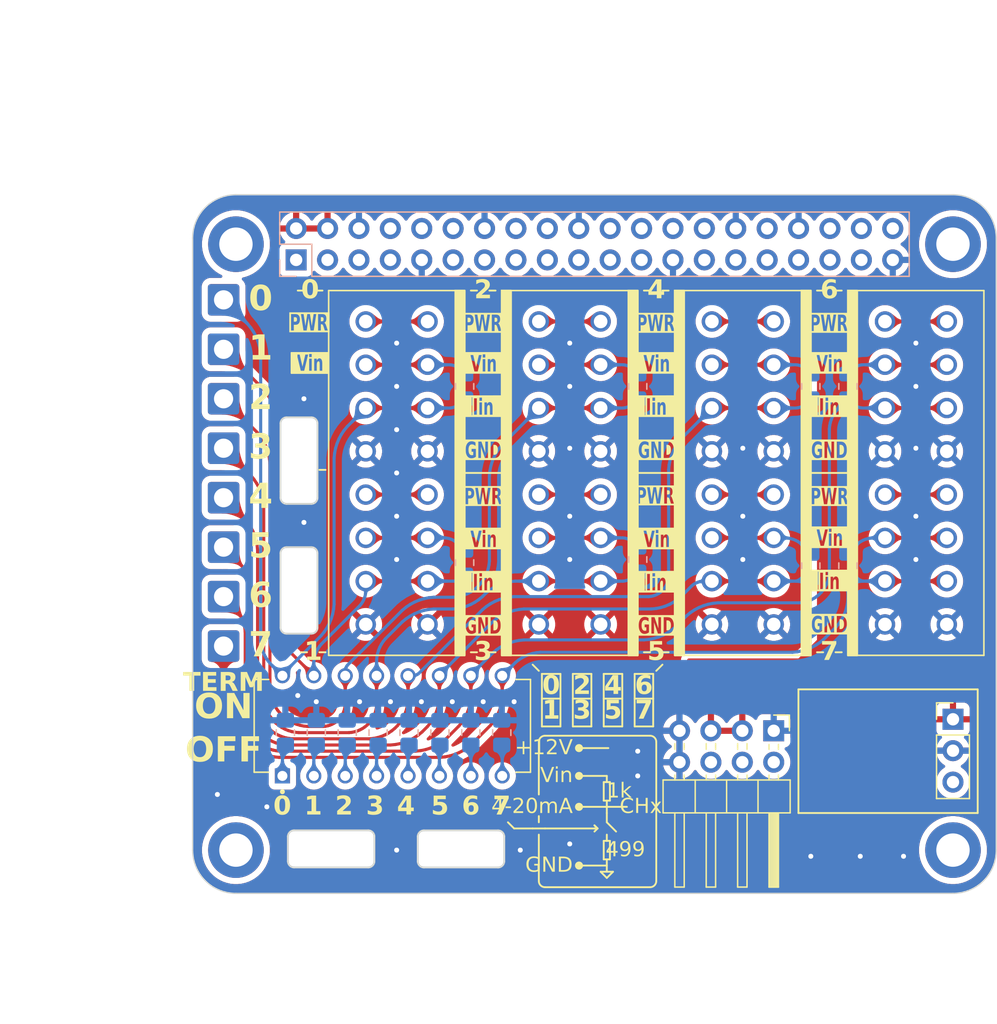
<source format=kicad_pcb>
(kicad_pcb (version 20241229) (generator "pcbnew") (generator_version "9.0")
  (layers (0 "F.Cu" signal) (4 "In1.Cu" signal) (6 "In2.Cu" signal) (2 "B.Cu" signal) (13 "F.Paste" user) (15 "B.Paste" user) (5 "F.SilkS" user "F.Silkscreen") (7 "B.SilkS" user "B.Silkscreen") (1 "F.Mask" user) (3 "B.Mask" user) (25 "Edge.Cuts" user))
  (net 0 "")
  (net 1 "+3V3")
  (net 2 "+5V")
  (net 3 "GND")
  (net 4 "/CH0")
  (net 5 "/CH1")
  (net 6 "/CH2")
  (net 7 "/CH3")
  (net 8 "/CH4")
  (net 9 "/CH5")
  (net 10 "/CH6")
  (net 11 "/CH7")
  (net 12 "Net-(R1-Pad1)")
  (net 13 "Net-(R2-Pad1)")
  (net 14 "Net-(R3-Pad1)")
  (net 15 "Net-(R4-Pad1)")
  (net 16 "Net-(R5-Pad1)")
  (net 17 "Net-(R6-Pad1)")
  (net 18 "+12V")
  (net 48 "/CH0_Vin")
  (net 49 "/CH1_Vin")
  (net 50 "/CH2_Vin")
  (net 51 "/CH3_Vin")
  (net 52 "/CH4_Vin")
  (net 53 "/CH5_Vin")
  (net 54 "/CH6_Vin")
  (net 55 "/CH7_Vin")
  (net 56 "Net-(R9-Pad1)")
  (net 57 "Net-(R16-Pad1)")
  (net 58 "/3V3")
  (net 59 "/SDA")
  (net 60 "/SCL")
  (footprint "Connector_PinHeader_2.54mm:PinHeader_2x04_P2.54mm_Horizontal" (layer "F.Cu") (at 164 112.8 -90)
    (property "Reference" "J4" (hide yes))
    (property "Value" "~")
  )
  (footprint "1862107:PHOENIX_1862107" (layer "F.Cu") (at 142 77.2 -90)
    (property "Reference" "J12" (hide yes))
    (property "Value" "~")
  )
  (footprint "Connector_Wire:SolderWire-0.75sqmm_1x01_D1.25mm_OD2.3mm" (layer "F.Cu") (at 119.5 101.95)
    (property "Reference" "J10" (hide yes))
    (property "Value" "Conn_01x01_Pin" (hide yes))
  )
  (footprint "1862107:PHOENIX_1862107" (layer "F.Cu") (at 156 77.2 -90)
    (property "Reference" "J13" (hide yes))
    (property "Value" "~")
  )
  (footprint "Connector_Wire:SolderWire-0.75sqmm_1x01_D1.25mm_OD2.3mm" (layer "F.Cu") (at 119.5 105.95)
    (property "Reference" "J15" (hide yes))
    (property "Value" "Conn_01x01_Pin" (hide yes))
  )
  (footprint "Connector_Wire:SolderWire-0.75sqmm_1x01_D1.25mm_OD2.3mm" (layer "F.Cu") (at 119.5 77.95)
    (property "Reference" "J3" (hide yes))
    (property "Value" "Conn_01x01_Pin" (hide yes))
  )
  (footprint "Connector_Wire:SolderWire-0.75sqmm_1x01_D1.25mm_OD2.3mm" (layer "F.Cu") (at 119.5 81.95)
    (property "Reference" "J5" (hide yes))
    (property "Value" "Conn_01x01_Pin" (hide yes))
  )
  (footprint "Connector_Wire:SolderWire-0.75sqmm_1x01_D1.25mm_OD2.3mm" (layer "F.Cu") (at 119.5 97.95)
    (property "Reference" "J9" (hide yes))
    (property "Value" "Conn_01x01_Pin" (hide yes))
  )
  (footprint "MountingHole:MountingHole_2.7mm_M2.5_ISO7380_Pad" (layer "F.Cu") (at 178.5 73.45)
    (property "Reference" "H1" (hide yes))
    (property "Value" "MountingHole_Pad_MP" (hide yes))
  )
  (footprint "MountingHole:MountingHole_2.7mm_M2.5_ISO7380_Pad" (layer "F.Cu") (at 120.5 73.45)
    (property "Reference" "H4" (hide yes))
    (property "Value" "MountingHole_Pad_MP" (hide yes))
  )
  (footprint "MountingHole:MountingHole_2.7mm_M2.5_ISO7380_Pad" (layer "F.Cu") (at 120.5 122.45)
    (property "Reference" "H3" (hide yes))
    (property "Value" "MountingHole_Pad_MP" (hide yes))
  )
  (footprint "1862107:PHOENIX_1862107" (layer "F.Cu") (at 128 77.2 -90)
    (property "Reference" "J11" (hide yes))
    (property "Value" "~")
  )
  (footprint "Connector_Wire:SolderWire-0.75sqmm_1x01_D1.25mm_OD2.3mm" (layer "F.Cu") (at 119.5 89.95)
    (property "Reference" "J7" (hide yes))
    (property "Value" "Conn_01x01_Pin" (hide yes))
  )
  (footprint "ADE0804:SW_ADE0804" (layer "F.Cu") (at 133.15 112.4 90)
    (property "Reference" "S1" (hide yes))
    (property "Value" "~")
  )
  (footprint "Connector_Wire:SolderWire-0.75sqmm_1x01_D1.25mm_OD2.3mm" (layer "F.Cu") (at 119.5 93.95)
    (property "Reference" "J8" (hide yes))
    (property "Value" "Conn_01x01_Pin" (hide yes))
  )
  (footprint "Connector_Wire:SolderWire-0.75sqmm_1x01_D1.25mm_OD2.3mm" (layer "F.Cu") (at 119.5 85.95)
    (property "Reference" "J6" (hide yes))
    (property "Value" "Conn_01x01_Pin" (hide yes))
  )
  (footprint "1862107:PHOENIX_1862107" (layer "F.Cu") (at 170 77.2 -90)
    (property "Reference" "J14" (hide yes))
    (property "Value" "~" (hide yes))
  )
  (footprint "Connector_PinHeader_2.54mm:PinHeader_1x03_P2.54mm_Vertical" (layer "F.Cu") (at 178.5 111.87)
    (property "Reference" "J1" (hide yes))
    (property "Value" "~" (hide yes))
  )
  (footprint "MountingHole:MountingHole_2.7mm_M2.5_ISO7380_Pad" (layer "F.Cu") (at 178.5 122.45)
    (property "Reference" "H2" (hide yes))
    (property "Value" "MountingHole_Pad_MP" (hide yes))
  )
  (footprint "Resistor_SMD:R_0805_2012Metric_Pad1.20x1.40mm_HandSolder" (layer "B.Cu") (at 167 99.45 90)
    (property "Reference" "R13" (hide yes))
    (property "Value" "1000")
  )
  (footprint "Resistor_SMD:R_0805_2012Metric_Pad1.20x1.40mm_HandSolder" (layer "B.Cu") (at 139.5 112.95 90)
    (property "Reference" "R9" (hide yes))
    (property "Value" "499")
  )
  (footprint "Resistor_SMD:R_0805_2012Metric_Pad1.20x1.40mm_HandSolder" (layer "B.Cu") (at 124.5 112.95 90)
    (property "Reference" "R1" (hide yes))
    (property "Value" "499")
  )
  (footprint "Resistor_SMD:R_0805_2012Metric_Pad1.20x1.40mm_HandSolder" (layer "B.Cu") (at 170 99.45 90)
    (property "Reference" "R15" (hide yes))
    (property "Value" "1000")
  )
  (footprint "Resistor_SMD:R_0805_2012Metric_Pad1.20x1.40mm_HandSolder" (layer "B.Cu") (at 167 84.95 90)
    (property "Reference" "R12" (hide yes))
    (property "Value" "1000")
  )
  (footprint "Resistor_SMD:R_0805_2012Metric_Pad1.20x1.40mm_HandSolder" (layer "B.Cu") (at 129.5 112.95 90)
    (property "Reference" "R3" (hide yes))
    (property "Value" "499")
  )
  (footprint "Resistor_SMD:R_0805_2012Metric_Pad1.20x1.40mm_HandSolder" (layer "B.Cu") (at 153 98.95 90)
    (property "Reference" "R11" (hide yes))
    (property "Value" "1000")
  )
  (footprint "Resistor_SMD:R_0805_2012Metric_Pad1.20x1.40mm_HandSolder" (layer "B.Cu") (at 132 112.95 90)
    (property "Reference" "R4" (hide yes))
    (property "Value" "499")
  )
  (footprint "Resistor_SMD:R_0805_2012Metric_Pad1.20x1.40mm_HandSolder" (layer "B.Cu") (at 153 84.95 90)
    (property "Reference" "R10" (hide yes))
    (property "Value" "1000")
  )
  (footprint "Resistor_SMD:R_0805_2012Metric_Pad1.20x1.40mm_HandSolder" (layer "B.Cu") (at 170 84.95 90)
    (property "Reference" "R14" (hide yes))
    (property "Value" "1000")
  )
  (footprint "Resistor_SMD:R_0805_2012Metric_Pad1.20x1.40mm_HandSolder" (layer "B.Cu") (at 142 112.95 90)
    (property "Reference" "R16" (hide yes))
    (property "Value" "499")
  )
  (footprint "Connector_PinSocket_2.54mm:PinSocket_2x20_P2.54mm_Vertical" (layer "B.Cu") (at 125.37 74.72 -90)
    (property "Reference" "J2" (hide yes))
    (property "Value" "~" (hide yes))
  )
  (footprint "Resistor_SMD:R_0805_2012Metric_Pad1.20x1.40mm_HandSolder" (layer "B.Cu") (at 139 84.95 90)
    (property "Reference" "R7" (hide yes))
    (property "Value" "1000")
  )
  (footprint "Resistor_SMD:R_0805_2012Metric_Pad1.20x1.40mm_HandSolder" (layer "B.Cu") (at 137 112.95 90)
    (property "Reference" "R6" (hide yes))
    (property "Value" "499")
  )
  (footprint "Resistor_SMD:R_0805_2012Metric_Pad1.20x1.40mm_HandSolder" (layer "B.Cu") (at 127 112.95 90)
    (property "Reference" "R2" (hide yes))
    (property "Value" "499")
  )
  (footprint "Resistor_SMD:R_0805_2012Metric_Pad1.20x1.40mm_HandSolder" (layer "B.Cu") (at 139 99.2 90)
    (property "Reference" "R8" (hide yes))
    (property "Value" "1000")
  )
  (footprint "Resistor_SMD:R_0805_2012Metric_Pad1.20x1.40mm_HandSolder" (layer "B.Cu") (at 134.5 112.95 90)
    (property "Reference" "R5" (hide yes))
    (property "Value" "499")
  )
  (gr_line (start 151.75 108.2) (end 150.25 108.2) (stroke (width 0.15)) (layer "F.SilkS"))
  (gr_line (start 153.2 83.75) (end 153.1 83.75) (stroke (width 0.15)) (layer "F.SilkS"))
  (gr_line (start 145.25 112.45) (end 146.75 112.45) (stroke (width 0.15)) (layer "F.SilkS"))
  (gr_line (start 149.25 108.2) (end 147.75 108.2) (stroke (width 0.15)) (layer "F.SilkS"))
  (gr_line (start 169.9 82.25) (end 167 82.25) (stroke (width 0.15)) (layer "F.SilkS"))
  (gr_line (start 148.375 114.2) (end 150.625 114.2) (stroke (width 0.15)) (layer "F.SilkS"))
  (gr_line (start 169.9 83.75) (end 169.9 82.35) (stroke (width 0.15)) (layer "F.SilkS"))
  (gr_arc (start 145.5 125.45) (mid 145.146447 125.303553) (end 145 124.95) (stroke (width 0.15)) (layer "F.SilkS"))
  (gr_line (start 167.2 83.75) (end 167.1 83.75) (stroke (width 0.15)) (layer "F.SilkS"))
  (gr_line (start 166 109.45) (end 166 119.45) (stroke (width 0.15)) (layer "F.SilkS"))
  (gr_line (start 153 83.85) (end 155.9 83.85) (stroke (width 0.15)) (layer "F.SilkS"))
  (gr_line (start 146.75 108.2) (end 145.25 108.2) (stroke (width 0.15)) (layer "F.SilkS"))
  (gr_line (start 145 120.2) (end 145 119.7) (stroke (width 0.15)) (layer "F.SilkS"))
  (gr_line (start 141.7 82.35) (end 141.8 82.35) (stroke (width 0.15)) (layer "F.SilkS"))
  (gr_line (start 141.6 97.95) (end 141.7 97.95) (stroke (width 0.15)) (layer "F.SilkS"))
  (gr_line (start 139.2 87.25) (end 139.2 85.85) (stroke (width 0.15)) (layer "F.SilkS"))
  (gr_line (start 155.9 97.95) (end 155.9 96.55) (stroke (width 0.15)) (layer "F.SilkS"))
  (gr_line (start 139.2 97.95) (end 139.1 97.95) (stroke (width 0.15)) (layer "F.SilkS"))
  (gr_line (start 155.7 83.75) (end 155.7 82.35) (stroke (width 0.15)) (layer "F.SilkS"))
  (gr_line (start 155.7 97.95) (end 155.7 96.55) (stroke (width 0.15)) (layer "F.SilkS"))
  (gr_line (start 155.5 85.85) (end 155.6 85.85) (stroke (width 0.15)) (layer "F.SilkS"))
  (gr_line (start 148.25 123.7) (end 150.5 123.7) (stroke (width 0.15)) (layer "F.SilkS"))
  (gr_line (start 169.4 87.25) (end 169.5 87.25) (stroke (width 0.15)) (layer "F.SilkS"))
  (gr_line (start 169.3 85.75) (end 169.9 85.75) (stroke (width 0.15)) (layer "F.SilkS"))
  (gr_line (start 167.4 99.95) (end 167.5 99.95) (stroke (width 0.15)) (layer "F.SilkS"))
  (gr_line (start 167.4 85.85) (end 167.5 85.85) (stroke (width 0.15)) (layer "F.SilkS"))
  (gr_line (start 153 82.25) (end 153 83.85) (stroke (width 0.15)) (layer "F.SilkS"))
  (gr_line (start 155.8 101.45) (end 155.9 101.45) (stroke (width 0.15)) (layer "F.SilkS"))
  (gr_line (start 167.5 99.95) (end 167.5 101.35) (stroke (width 0.15)) (layer "F.SilkS"))
  (gr_line (start 139.4 101.45) (end 139.4 100.05) (stroke (width 0.15)) (layer "F.SilkS"))
  (gr_line (start 141.6 82.35) (end 141.6 83.75) (stroke (width 0.15)) (layer "F.SilkS"))
  (gr_line (start 141.8 100.05) (end 141.8 101.45) (stroke (width 0.15)) (layer "F.SilkS"))
  (gr_line (start 149.5 120.7) (end 149.75 120.7) (stroke (width 0.15)) (layer "F.SilkS"))
  (gr_line (start 167 85.65) (end 167 85.75) (stroke (width 0.15)) (layer "F.SilkS"))
  (gr_line (start 155.5 87.25) (end 155.5 85.85) (stroke (width 0.15)) (layer "F.SilkS"))
  (gr_line (start 141.9 82.25) (end 139 82.25) (stroke (width 0.15)) (layer "F.SilkS"))
  (gr_line (start 153.3 97.95) (end 153.3 96.55) (stroke (width 0.15)) (layer "F.SilkS"))
  (gr_line (start 141.3 85.75) (end 141.9 85.75) (stroke (width 0.15)) (layer "F.SilkS"))
  (gr_line (start 150.5 116.45) (end 150.5 116.95) (stroke (width 0.15)) (layer "F.SilkS"))
  (gr_line (start 141.7 83.75) (end 141.7 82.35) (stroke (width 0.15)) (layer "F.SilkS"))
  (gr_line (start 127.8 82.25) (end 127.9 82.25) (stroke (width 0.15)) (layer "F.SilkS"))
  (gr_line (start 141.9 96.45) (end 139 96.45) (stroke (width 0.15)) (layer "F.SilkS"))
  (gr_line (start 155.8 87.25) (end 155.9 87.25) (stroke (width 0.15)) (layer "F.SilkS"))
  (gr_line (start 141.5 85.85) (end 141.6 85.85) (stroke (width 0.15)) (layer "F.SilkS"))
  (gr_line (start 167 99.85) (end 170.2 99.85) (stroke (width 0.15)) (layer "F.SilkS"))
  (gr_line (start 169.7 83.75) (end 169.7 82.35) (stroke (width 0.15)) (layer "F.SilkS"))
  (gr_line (start 127.7 83.65) (end 127.7 82.25) (stroke (width 0.15)) (layer "F.SilkS"))
  (gr_line (start 169.9 96.35) (end 167 96.35) (stroke (width 0.15)) (layer "F.SilkS"))
  (gr_line (start 141.8 83.75) (end 141.9 83.75) (stroke (width 0.15)) (layer "F.SilkS"))
  (gr_line (start 153.5 85.85) (end 153.5 87.25) (stroke (width 0.15)) (layer "F.SilkS"))
  (gr_line (start 139.3 96.55) (end 139.2 96.55) (stroke (width 0.15)) (layer "F.SilkS"))
  (gr_line (start 167.1 97.85) (end 167.1 96.45) (stroke (width 0.15)) (layer "F.SilkS"))
  (gr_line (start 125 83.862374) (end 125 83.762374) (stroke (width 0.15)) (layer "F.SilkS"))
  (gr_line (start 141.4 85.85) (end 141.4 87.25) (stroke (width 0.15)) (layer "F.SilkS"))
  (gr_line (start 169.4 85.85) (end 169.4 87.25) (stroke (width 0.15)) (layer "F.SilkS"))
  (gr_line (start 169.6 101.35) (end 169.7 101.35) (stroke (width 0.15)) (layer "F.SilkS"))
  (gr_line (start 169.6 82.35) (end 169.6 83.75) (stroke (width 0.15)) (layer "F.SilkS"))
  (gr_arc (start 145 113.7) (mid 145.146447 113.346447) (end 145.5 113.2) (stroke (width 0.15)) (layer "F.SilkS"))
  (gr_line (start 139 91.95) (end 142 91.95) (stroke (width 0.15)) (layer "F.SilkS"))
  (gr_line (start 167.4 96.45) (end 167.4 97.85) (stroke (width 0.15)) (layer "F.SilkS"))
  (gr_line (start 139 85.65) (end 139 85.75) (stroke (width 0.15)) (layer "F.SilkS"))
  (gr_line (start 127.6 82.25) (end 127.6 83.65) (stroke (width 0.15)) (layer "F.SilkS"))
  (gr_line (start 125.75 106.45) (end 126.25 106.45) (stroke (width 0.15)) (layer "F.SilkS"))
  (gr_line (start 167 82.25) (end 167 83.85) (stroke (width 0.15)) (layer "F.SilkS"))
  (gr_line (start 139.4 85.85) (end 139.5 85.85) (stroke (width 0.15)) (layer "F.SilkS"))
  (gr_line (start 152.75 108.2) (end 152.75 112.45) (stroke (width 0.15)) (layer "F.SilkS"))
  (gr_line (start 148.25 116.45) (end 150.5 116.45) (stroke (width 0.15)) (layer "F.SilkS"))
  (gr_line (start 145.5 113.2) (end 154 113.2) (stroke (width 0.15)) (layer "F.SilkS"))
  (gr_line (start 153.5 77.2) (end 154 77.2) (stroke (width 0.15)) (layer "F.SilkS"))
  (gr_line (start 167.3 101.35) (end 167.4 101.35) (stroke (width 0.15)) (layer "F.SilkS"))
  (gr_line (start 155.7 85.85) (end 155.8 85.85) (stroke (width 0.15)) (layer "F.SilkS"))
  (gr_line (start 169.8 96.45) (end 169.8 97.85) (stroke (width 0.15)) (layer "F.SilkS"))
  (gr_line (start 127.6 82.25) (end 127.7 82.25) (stroke (width 0.15)) (layer "F.SilkS"))
  (gr_line (start 153 91.95) (end 156 91.95) (stroke (width 0.15)) (layer "F.SilkS"))
  (gr_line (start 150.75 123.2) (end 150.75 121.7) (stroke (width 0.15)) (layer "F.SilkS"))
  (gr_line (start 141.9 83.75) (end 141.9 82.35) (stroke (width 0.15)) (layer "F.SilkS"))
  (gr_line (start 155.5 100.05) (end 155.6 100.05) (stroke (width 0.15)) (layer "F.SilkS"))
  (gr_line (start 139.1 100.05) (end 139.1 101.45) (stroke (width 0.15)) (layer "F.SilkS"))
  (gr_line (start 153.2 101.45) (end 153.2 100.05) (stroke (width 0.15)) (layer "F.SilkS"))
  (gr_line (start 150.5 116.95) (end 150.25 116.95) (stroke (width 0.15)) (layer "F.SilkS"))
  (gr_line (start 150.75 118.45) (end 150.75 116.95) (stroke (width 0.15)) (layer "F.SilkS"))
  (gr_line (start 153.4 82.35) (end 153.4 83.75) (stroke (width 0.15)) (layer "F.SilkS"))
  (gr_line (start 150.5 121.2) (end 150.5 121.7) (stroke (width 0.15)) (layer "F.SilkS"))
  (gr_line (start 153.4 101.45) (end 153.4 100.05) (stroke (width 0.15)) (layer "F.SilkS"))
  (gr_line (start 141.7 96.55) (end 141.8 96.55) (stroke (width 0.15)) (layer "F.SilkS"))
  (gr_line (start 153.2 97.95) (end 153.1 97.95) (stroke (width 0.15)) (layer "F.SilkS"))
  (gr_line (start 167.3 97.85) (end 167.3 96.45) (stroke (width 0.15)) (layer "F.SilkS"))
  (gr_line (start 170.2 99.85) (end 170.2 101.45) (stroke (width 0.15)) (layer "F.SilkS"))
  (gr_line (start 167.3 85.85) (end 167.3 87.25) (stroke (width 0.15)) (layer "F.SilkS"))
  (gr_line (start 127.9 83.862374) (end 125 83.862374) (stroke (width 0.15)) (layer "F.SilkS"))
  (gr_line (start 139 99.95) (end 142.2 99.95) (stroke (width 0.15)) (layer "F.SilkS"))
  (gr_line (start 169.9 101.35) (end 169.9 99.95) (stroke (width 0.15)) (layer "F.SilkS"))
  (gr_line (start 167.2 82.35) (end 167.2 83.75) (stroke (width 0.15)) (layer "F.SilkS"))
  (gr_line (start 154.25 110.2) (end 152.75 110.2) (stroke (width 0.15)) (layer "F.SilkS"))
  (gr_line (start 149.25 112.45) (end 149.25 108.2) (stroke (width 0.15)) (layer "F.SilkS"))
  (gr_line (start 167.3 82.35) (end 167.2 82.35) (stroke (width 0.15)) (layer "F.SilkS"))
  (gr_line (start 149.5 120.45) (end 149.75 120.7) (stroke (width 0.15)) (layer "F.SilkS"))
  (gr_line (start 141.4 87.25) (end 141.5 87.25) (stroke (width 0.15)) (layer "F.SilkS"))
  (gr_line (start 153.5 100.05) (end 153.5 101.45) (stroke (width 0.15)) (layer "F.SilkS"))
  (gr_circle (center 148.25 123.7) (end 148.5 123.7) (stroke (width 0.15)) (fill yes) (layer "F.SilkS"))
  (gr_line (start 167.3 96.45) (end 167.2 96.45) (stroke (width 0.15)) (layer "F.SilkS"))
  (gr_line (start 156.2 99.95) (end 156.2 101.55) (stroke (width 0.15)) (layer "F.SilkS"))
  (gr_line (start 139.1 85.85) (end 139.1 87.25) (stroke (width 0.15)) (layer "F.SilkS"))
  (gr_line (start 169.7 97.85) (end 169.7 96.45) (stroke (width 0.15)) (layer "F.SilkS"))
  (gr_line (start 141.4 100.05) (end 141.4 101.45) (stroke (width 0.15)) (layer "F.SilkS"))
  (gr_line (start 155.8 83.75) (end 155.9 83.75) (stroke (width 0.15)) (layer "F.SilkS"))
  (gr_line (start 155.8 97.95) (end 155.9 97.95) (stroke (width 0.15)) (layer "F.SilkS"))
  (gr_line (start 141.6 87.25) (end 141.7 87.25) (stroke (width 0.15)) (layer "F.SilkS"))
  (gr_line (start 156.2 87.35) (end 153 87.35) (stroke (width 0.15)) (layer "F.SilkS"))
  (gr_circle (center 148.25 114.2) (end 148.5 114.2) (stroke (width 0.15)) (fill yes) (layer "F.SilkS"))
  (gr_line (start 169.7 87.25) (end 169.7 85.85) (stroke (width 0.15)) (layer "F.SilkS"))
  (gr_line (start 167.1 87.25) (end 167.2 87.25) (stroke (width 0.15)) (layer "F.SilkS"))
  (gr_line (start 155.6 87.25) (end 155.7 87.25) (stroke (width 0.15)) (layer "F.SilkS"))
  (gr_line (start 150.5 124.7) (end 150 124.2) (stroke (width 0.15)) (layer "F.SilkS"))
  (gr_line (start 155.4 85.85) (end 155.4 87.25) (stroke (width 0.15)) (layer "F.SilkS"))
  (gr_line (start 141.8 97.95) (end 141.9 97.95) (stroke (width 0.15)) (layer "F.SilkS"))
  (gr_line (start 167.2 87.25) (end 167.2 85.85) (stroke (width 0.15)) (layer "F.SilkS"))
  (gr_line (start 146.75 110.2) (end 145.25 110.2) (stroke (width 0.15)) (layer "F.SilkS"))
  (gr_line (start 139 98.05) (end 141.9 98.05) (stroke (width 0.15)) (layer "F.SilkS"))
  (gr_line (start 167.1 85.85) (end 167.1 87.25) (stroke (width 0.15)) (layer "F.SilkS"))
  (gr_line (start 167.3 87.25) (end 167.4 87.25) (stroke (width 0.15)) (layer "F.SilkS"))
  (gr_line (start 141.4 101.45) (end 141.5 101.45) (stroke (width 0.15)) (layer "F.SilkS"))
  (gr_line (start 139.3 82.35) (end 139.2 82.35) (stroke (width 0.15)) (layer "F.SilkS"))
  (gr_line (start 149.25 110.2) (end 147.75 110.2) (stroke (width 0.15)) (layer "F.SilkS"))
  (gr_line (start 154.25 108.2) (end 152.75 108.2) (stroke (width 0.15)) (layer "F.SilkS"))
  (gr_line (start 169.5 101.35) (end 169.5 99.95) (stroke (width 0.15)) (layer "F.SilkS"))
  (gr_line (start 139.5 106.45) (end 140 106.45) (stroke (width 0.15)) (layer "F.SilkS"))
  (gr_line (start 151.75 112.45) (end 151.75 108.2) (stroke (width 0.15)) (layer "F.SilkS"))
  (gr_arc (start 154.5 124.95) (mid 154.353553 125.303553) (end 154 125.45) (stroke (width 0.15)) (layer "F.SilkS"))
  (gr_line (start 139.2 101.45) (end 139.2 100.05) (stroke (width 0.15)) (layer "F.SilkS"))
  (gr_line (start 141.7 100.05) (end 141.8 100.05) (stroke (width 0.15)) (layer "F.SilkS"))
  (gr_line (start 150.375 118.95) (end 152.125 118.95) (stroke (width 0.15)) (layer "F.SilkS"))
  (gr_line (start 139.4 97.95) (end 139.3 97.95) (stroke (width 0.15)) (layer "F.SilkS"))
  (gr_line (start 169.8 101.35) (end 169.9 101.35) (stroke (width 0.15)) (layer "F.SilkS"))
  (gr_line (start 169.4 101.35) (end 169.5 101.35) (stroke (width 0.15)) (layer "F.SilkS"))
  (gr_line (start 169.5 85.85) (end 169.6 85.85) (stroke (width 0.15)) (layer "F.SilkS"))
  (gr_line (start 169.7 99.95) (end 169.8 99.95) (stroke (width 0.15)) (layer "F.SilkS"))
  (gr_line (start 167.1 99.95) (end 167.1 101.35) (stroke (width 0.15)) (layer "F.SilkS"))
  (gr_line (start 169.9 87.25) (end 169.9 85.85) (stroke (width 0.15)) (layer "F.SilkS"))
  (gr_line (start 156.2 85.75) (end 156.2 87.35) (stroke (width 0.15)) (layer "F.SilkS"))
  (gr_line (start 145.5 120.7) (end 149.5 120.7) (stroke (width 0.15)) (layer "F.SilkS"))
  (gr_line (start 166 119.45) (end 180.5 119.45) (stroke (width 0.15)) (layer "F.SilkS"))
  (gr_rect (start 152.25 77.2) (end 153 106.7) (stroke (width 0.15)) (fill yes) (layer "F.SilkS"))
  (gr_line (start 155.6 82.35) (end 155.6 83.75) (stroke (width 0.15)) (layer "F.SilkS"))
  (gr_line (start 169.6 99.95) (end 169.6 101.35) (stroke (width 0.15)) (layer "F.SilkS"))
  (gr_line (start 169 77.2) (end 169.5 77.2) (stroke (width 0.15)) (layer "F.SilkS"))
  (gr_line (start 153 99.95) (end 156.2 99.95) (stroke (width 0.15)) (layer "F.SilkS"))
  (gr_line (start 141.7 85.85) (end 141.8 85.85) (stroke (width 0.15)) (layer "F.SilkS"))
  (gr_line (start 141.6 101.45) (end 141.7 101.45) (stroke (width 0.15)) (layer "F.SilkS"))
  (gr_line (start 155.4 101.45) (end 155.5 101.45) (stroke (width 0.15)) (layer "F.SilkS"))
  (gr_line (start 141.7 97.95) (end 141.7 96.55) (stroke (width 0.15)) (layer "F.SilkS"))
  (gr_line (start 147.75 112.45) (end 149.25 112.45) (stroke (width 0.15)) (layer "F.SilkS"))
  (gr_line (start 150.5 120.2) (end 151.25 120.95) (stroke (width 0.15)) (layer "F.SilkS"))
  (gr_line (start 169.5 99.95) (end 169.6 99.95) (stroke (width 0.15)) (layer "F.SilkS"))
  (gr_line (start 139.4 87.25) (end 139.4 85.85) (stroke (width 0.15)) (layer "F.SilkS"))
  (gr_line (start 151.75 110.2) (end 150.25 110.2) (stroke (width 0.15)) (layer "F.SilkS"))
  (gr_line (start 180.5 119.45) (end 180.5 109.45) (stroke (width 0.15)) (layer "F.SilkS"))
  (gr_line (start 154.5 107.95) (end 155 107.45) (stroke (width 0.15)) (layer "F.SilkS"))
  (gr_line (start 139.3 100.05) (end 139.3 101.45) (stroke (width 0.15)) (layer "F.SilkS"))
  (gr_line (start 167 96.35) (end 167 97.95) (stroke (width 0.15)) (layer "F.SilkS"))
  (gr_line (start 150 124.2) (end 151 124.2) (stroke (width 0.15)) (layer "F.SilkS"))
  (gr_line (start 150.75 121.7) (end 150.5 121.7) (stroke (width 0.15)) (layer "F.SilkS"))
  (gr_line (start 141.9 101.45) (end 141.9 100.05) (stroke (width 0.15)) (layer "F.SilkS"))
  (gr_line (start 125.2 82.25) (end 125.1 82.25) (stroke (width 0.15)) (layer "F.SilkS"))
  (gr_line (start 153.2 96.55) (end 153.2 97.95) (stroke (width 0.15)) (layer "F.SilkS"))
  (gr_line (start 153 85.65) (end 153 85.75) (stroke (width 0.15)) (layer "F.SilkS"))
  (gr_line (start 154.5 113.7) (end 154.5 124.95) (stroke (width 0.15)) (layer "F.SilkS"))
  (gr_line (start 149.5 120.95) (end 149.75 120.7) (stroke (width 0.15)) (layer "F.SilkS"))
  (gr_line (start 142.2 85.75) (end 142.2 87.35) (stroke (width 0.15)) (layer "F.SilkS"))
  (gr_line (start 169.6 85.85) (end 169.6 87.25) (stroke (width 0.15)) (layer "F.SilkS"))
  (gr_line (start 147.75 108.2) (end 147.75 112.45) (stroke (width 0.15)) (layer "F.SilkS"))
  (gr_line (start 153.3 85.85) (end 153.3 87.25) (stroke (width 0.15)) (layer "F.SilkS"))
  (gr_line (start 155.9 96.45) (end 153 96.45) (stroke (width 0.15)) (layer "F.SilkS"))
  (gr_line (start 139.3 83.75) (end 139.3 82.35) (stroke (width 0.15)) (layer "F.SilkS"))
  (gr_line (start 167.1 101.35) (end 167.2 101.35) (stroke (width 0.15)) (layer "F.SilkS"))
  (gr_line (start 142.2 99.95) (end 142.2 101.55) (stroke (width 0.15)) (layer "F.SilkS"))
  (gr_line (start 139.1 97.95) (end 139.1 96.55) (stroke (width 0.15)) (layer "F.SilkS"))
  (gr_line (start 169.6 96.45) (end 169.6 97.85) (stroke (width 0.15)) (layer "F.SilkS"))
  (gr_line (start 154 125.45) (end 145.5 125.45) (stroke (width 0.15)) (layer "F.SilkS"))
  (gr_line (start 145 107.95) (end 144.5 107.45) (stroke (width 0.15)) (layer "F.SilkS"))
  (gr_line (start 125.2 82.25) (end 125.2 83.65) (stroke (width 0.15)) (layer "F.SilkS"))
  (gr_line (start 155.7 100.05) (end 155.8 100.05) (stroke (width 0.15)) (layer "F.SilkS"))
  (gr_line (start 169.9 97.85) (end 169.9 96.45) (stroke (width 0.15)) (layer "F.SilkS"))
  (gr_line (start 139.5 85.85) (end 139.5 87.25) (stroke (width 0.15)) (layer "F.SilkS"))
  (gr_line (start 169.6 87.25) (end 169.7 87.25) (stroke (width 0.15)) (layer "F.SilkS"))
  (gr_line (start 141.7 87.25) (end 141.7 85.85) (stroke (width 0.15)) (layer "F.SilkS"))
  (gr_line (start 141.8 85.85) (end 141.8 87.25) (stroke (width 0.15)) (layer "F.SilkS"))
  (gr_line (start 169.7 85.85) (end 169.8 85.85) (stroke (width 0.15)) (layer "F.SilkS"))
  (gr_line (start 155.6 101.45) (end 155.7 101.45) (stroke (width 0.15)) (layer "F.SilkS"))
  (gr_line (start 169.7 96.45) (end 169.8 96.45) (stroke (width 0.15)) (layer "F.SilkS"))
  (gr_line (start 169.5 87.25) (end 169.5 85.85) (stroke (width 0.15)) (layer "F.SilkS"))
  (gr_line (start 141.8 87.25) (end 141.9 87.25) (stroke (width 0.15)) (layer "F.SilkS"))
  (gr_line (start 153.4 85.85) (end 153.5 85.85) (stroke (width 0.15)) (layer "F.SilkS"))
  (gr_line (start 125.3 82.25) (end 125.2 82.25) (stroke (width 0.15)) (layer "F.SilkS"))
  (gr_line (start 150.5 121.7) (end 150.25 121.7) (stroke (width 0.15)) (layer "F.SilkS"))
  (gr_line (start 153.2 87.25) (end 153.2 85.85) (stroke (width 0.15)) (layer "F.SilkS"))
  (gr_line (start 150.25 108.2) (end 150.25 112.45) (stroke (width 0.15)) (layer "F.SilkS"))
  (gr_line (start 141.9 87.25) (end 141.9 85.85) (stroke (width 0.15)) (layer "F.SilkS"))
  (gr_line (start 153 96.45) (end 153 98.05) (stroke (width 0.15)) (layer "F.SilkS"))
  (gr_arc (start 154 113.2) (mid 154.353553 113.346447) (end 154.5 113.7) (stroke (width 0.15)) (layer "F.SilkS"))
  (gr_line (start 167 99.75) (end 167 99.85) (stroke (width 0.15)) (layer "F.SilkS"))
  (gr_line (start 150.25 112.45) (end 151.75 112.45) (stroke (width 0.15)) (layer "F.SilkS"))
  (gr_line (start 167 97.95) (end 169.9 97.95) (stroke (width 0.15)) (layer "F.SilkS"))
  (gr_line (start 153.4 83.75) (end 153.3 83.75) (stroke (width 0.15)) (layer "F.SilkS"))
  (gr_line (start 139.4 100.05) (end 139.5 100.05) (stroke (width 0.15)) (layer "F.SilkS"))
  (gr_line (start 155.9 101.45) (end 155.9 100.05) (stroke (width 0.15)) (layer "F.SilkS"))
  (gr_line (start 153.1 101.45) (end 153.2 101.45) (stroke (width 0.15)) (layer "F.SilkS"))
  (gr_line (start 153.4 87.25) (end 153.4 85.85) (stroke (width 0.15)) (layer "F.SilkS"))
  (gr_line (start 154.25 112.45) (end 154.25 108.2) (stroke (width 0.15)) (layer "F.SilkS"))
  (gr_line (start 152.75 112.45) (end 154.25 112.45) (stroke (width 0.15)) (layer "F.SilkS"))
  (gr_line (start 167.2 101.35) (end 167.2 99.95) (stroke (width 0.15)) (layer "F.SilkS"))
  (gr_line (start 169.8 82.35) (end 169.8 83.75) (stroke (width 0.15)) (layer "F.SilkS"))
  (gr_line (start 155.8 82.35) (end 155.8 83.75) (stroke (width 0.15)) (layer "F.SilkS"))
  (gr_line (start 169.8 97.85) (end 169.9 97.85) (stroke (width 0.15)) (layer "F.SilkS"))
  (gr_line (start 170.2 101.45) (end 167 101.45) (stroke (width 0.15)) (layer "F.SilkS"))
  (gr_line (start 142.2 101.55) (end 139 101.55) (stroke (width 0.15)) (layer "F.SilkS"))
  (gr_line (start 150.25 121.7) (end 150.25 123.2) (stroke (width 0.15)) (layer "F.SilkS"))
  (gr_line (start 139.3 97.95) (end 139.3 96.55) (stroke (width 0.15)) (layer "F.SilkS"))
  (gr_line (start 139.2 96.55) (end 139.2 97.95) (stroke (width 0.15)) (layer "F.SilkS"))
  (gr_line (start 167.5 106.45) (end 168 106.45) (stroke (width 0.15)) (layer "F.SilkS"))
  (gr_line (start 155.7 101.45) (end 155.7 100.05) (stroke (width 0.15)) (layer "F.SilkS"))
  (gr_line (start 139.4 96.55) (end 139.4 97.95) (stroke (width 0.15)) (layer "F.SilkS"))
  (gr_line (start 169.4 99.95) (end 169.4 101.35) (stroke (width 0.15)) (layer "F.SilkS"))
  (gr_line (start 125.5 77.2) (end 126 77.2) (stroke (width 0.15)) (layer "F.SilkS"))
  (gr_line (start 155.9 83.75) (end 155.9 82.35) (stroke (width 0.15)) (layer "F.SilkS"))
  (gr_line (start 139 99.85) (end 139 99.95) (stroke (width 0.15)) (layer "F.SilkS"))
  (gr_line (start 153 98.05) (end 155.9 98.05) (stroke (width 0.15)) (layer "F.SilkS"))
  (gr_circle (center 148.25 116.45) (end 148.5 116.45) (stroke (width 0.15)) (fill yes) (layer "F.SilkS"))
  (gr_circle (center 148.25 118.95) (end 148.5 118.95) (stroke (width 0.15)) (fill yes) (layer "F.SilkS"))
  (gr_line (start 155.7 87.25) (end 155.7 85.85) (stroke (width 0.15)) (layer "F.SilkS"))
  (gr_line (start 167.5 85.85) (end 167.5 87.25) (stroke (width 0.15)) (layer "F.SilkS"))
  (gr_line (start 153 99.85) (end 153 99.95) (stroke (width 0.15)) (layer "F.SilkS"))
  (gr_line (start 145.25 108.2) (end 145.25 112.45) (stroke (width 0.15)) (layer "F.SilkS"))
  (gr_line (start 169.6 83.75) (end 169.7 83.75) (stroke (width 0.15)) (layer "F.SilkS"))
  (gr_line (start 169.7 82.35) (end 169.8 82.35) (stroke (width 0.15)) (layer "F.SilkS"))
  (gr_line (start 144.5 120.7) (end 144.5 120.7) (stroke (width 0.15)) (layer "F.SilkS"))
  (gr_line (start 127 77.2) (end 127.5 77.2) (stroke (width 0.15)) (layer "F.SilkS"))
  (gr_line (start 153.1 100.05) (end 153.1 101.45) (stroke (width 0.15)) (layer "F.SilkS"))
  (gr_line (start 139 85.75) (end 142.2 85.75) (stroke (width 0.15)) (layer "F.SilkS"))
  (gr_line (start 180.5 109.45) (end 166 109.45) (stroke (width 0.15)) (layer "F.SilkS"))
  (gr_line (start 167.4 83.75) (end 167.3 83.75) (stroke (width 0.15)) (layer "F.SilkS"))
  (gr_line (start 153.3 82.35) (end 153.2 82.35) (stroke (width 0.15)) (layer "F.SilkS"))
  (gr_line (start 139.3 87.25) (end 139.4 87.25) (stroke (width 0.15)) (layer "F.SilkS"))
  (gr_line (start 155.9 87.25) (end 155.9 85.85) (stroke (width 0.15)) (layer "F.SilkS"))
  (gr_line (start 141 77.2) (end 141.5 77.2) (stroke (width 0.15)) (layer "F.SilkS"))
  (gr_line (start 155.5 101.45) (end 155.5 100.05) (stroke (width 0.15)) (layer "F.SilkS"))
  (gr_line (start 142.2 87.35) (end 139 87.35) (stroke (width 0.15)) (layer "F.SilkS"))
  (gr_line (start 141.3 99.95) (end 141.9 99.95) (stroke (width 0.15)) (layer "F.SilkS"))
  (gr_line (start 153.5 106.45) (end 154 106.45) (stroke (width 0.15)) (layer "F.SilkS"))
  (gr_line (start 150.5 123.2) (end 150.5 124.2) (stroke (width 0.15)) (layer "F.SilkS"))
  (gr_line (start 169.3 99.85) (end 169.9 99.85) (stroke (width 0.15)) (layer "F.SilkS"))
  (gr_line (start 155.4 87.25) (end 155.5 87.25) (stroke (width 0.15)) (layer "F.SilkS"))
  (gr_line (start 155.6 85.85) (end 155.6 87.25) (stroke (width 0.15)) (layer "F.SilkS"))
  (gr_line (start 127.25 106.45) (end 127.75 106.45) (stroke (width 0.15)) (layer "F.SilkS"))
  (gr_line (start 125 82.25) (end 127.9 82.25) (stroke (width 0.15)) (layer "F.SilkS"))
  (gr_line (start 139.1 101.45) (end 139.2 101.45) (stroke (width 0.15)) (layer "F.SilkS"))
  (gr_line (start 139.2 83.75) (end 139.1 83.75) (stroke (width 0.15)) (layer "F.SilkS"))
  (gr_line (start 143 120.7) (end 142.5 120.2) (stroke (width 0.15)) (layer "F.SilkS"))
  (gr_line (start 127.25 91.7) (end 127.75 91.7) (stroke (width 0.15)) (layer "F.SilkS"))
  (gr_line (start 155.4 100.05) (end 155.4 101.45) (stroke (width 0.15)) (layer "F.SilkS"))
  (gr_line (start 167.4 97.85) (end 167.3 97.85) (stroke (width 0.15)) (layer "F.SilkS"))
  (gr_line (start 167.2 96.45) (end 167.2 97.85) (stroke (width 0.15)) (layer "F.SilkS"))
  (gr_line (start 155.6 100.05) (end 155.6 101.45) (stroke (width 0.15)) (layer "F.SilkS"))
  (gr_line (start 139 96.45) (end 139 98.05) (stroke (width 0.15)) (layer "F.SilkS"))
  (gr_line (start 155.3 99.95) (end 155.9 99.95) (stroke (width 0.15)) (layer "F.SilkS"))
  (gr_line (start 139.1 83.75) (end 139.1 82.35) (stroke (width 0.15)) (layer "F.SilkS"))
  (gr_line (start 141.6 83.75) (end 141.7 83.75) (stroke (width 0.15)) (layer "F.SilkS"))
  (gr_line (start 167.1 83.75) (end 167.1 82.35) (stroke (width 0.15)) (layer "F.SilkS"))
  (gr_line (start 167.4 87.25) (end 167.4 85.85) (stroke (width 0.15)) (layer "F.SilkS"))
  (gr_line (start 125.4 82.25) (end 125.4 83.65) (stroke (width 0.15)) (layer "F.SilkS"))
  (gr_line (start 153.3 83.75) (end 153.3 82.35) (stroke (width 0.15)) (layer "F.SilkS"))
  (gr_line (start 153.1 87.25) (end 153.2 87.25) (stroke (width 0.15)) (layer "F.SilkS"))
  (gr_line (start 146.75 112.45) (end 146.75 108.2) (stroke (width 0.15)) (layer "F.SilkS"))
  (gr_line (start 139.5 100.05) (end 139.5 101.45) (stroke (width 0.15)) (layer "F.SilkS"))
  (gr_line (start 167.2 97.85) (end 167.1 97.85) (stroke (width 0.15)) (layer "F.SilkS"))
  (gr_line (start 141.8 82.35) (end 141.8 83.75) (stroke (width 0.15)) (layer "F.SilkS"))
  (gr_line (start 153.3 87.25) (end 153.4 87.25) (stroke (width 0.15)) (layer "F.SilkS"))
  (gr_line (start 155.6 83.75) (end 155.7 83.75) (stroke (width 0.15)) (layer "F.SilkS"))
  (gr_rect (start 166.25 77.2) (end 167 106.7) (stroke (width 0.15)) (fill yes) (layer "F.SilkS"))
  (gr_line (start 153.3 101.45) (end 153.4 101.45) (stroke (width 0.15)) (layer "F.SilkS"))
  (gr_line (start 141.5 87.25) (end 141.5 85.85) (stroke (width 0.15)) (layer "F.SilkS"))
  (gr_line (start 145 113.7) (end 145 117.95) (stroke (width 0.15)) (layer "F.SilkS"))
  (gr_line (start 167.5 77.2) (end 168 77.2) (stroke (width 0.15)) (layer "F.SilkS"))
  (gr_line (start 155.8 100.05) (end 155.8 101.45) (stroke (width 0.15)) (layer "F.SilkS"))
  (gr_line (start 125.3 83.65) (end 125.3 82.25) (stroke (width 0.15)) (layer "F.SilkS"))
  (gr_rect (start 142 77.2) (end 142.75 106.7) (stroke (width 0.15)) (fill yes) (layer "F.SilkS"))
  (gr_line (start 153.3 96.55) (end 153.2 96.55) (stroke (width 0.15)) (layer "F.SilkS"))
  (gr_line (start 169 106.45) (end 169.5 106.45) (stroke (width 0.15)) (layer "F.SilkS"))
  (gr_line (start 155 77.2) (end 155.5 77.2) (stroke (width 0.15)) (layer "F.SilkS"))
  (gr_line (start 127.8 82.25) (end 127.8 83.65) (stroke (width 0.15)) (layer "F.SilkS"))
  (gr_line (start 155.9 82.25) (end 153 82.25) (stroke (width 0.15)) (layer "F.SilkS"))
  (gr_line (start 167 85.75) (end 170.2 85.75) (stroke (width 0.15)) (layer "F.SilkS"))
  (gr_line (start 139 82.25) (end 139 83.85) (stroke (width 0.15)) (layer "F.SilkS"))
  (gr_line (start 125 83.762374) (end 127.9 83.762374) (stroke (width 0.15)) (layer "F.SilkS"))
  (gr_line (start 150.5 118.45) (end 150.5 119.45) (stroke (width 0.15)) (layer "F.SilkS"))
  (gr_line (start 141.6 100.05) (end 141.6 101.45) (stroke (width 0.15)) (layer "F.SilkS"))
  (gr_line (start 155.8 85.85) (end 155.8 87.25) (stroke (width 0.15)) (layer "F.SilkS"))
  (gr_line (start 153.4 96.55) (end 153.4 97.95) (stroke (width 0.15)) (layer "F.SilkS"))
  (gr_line (start 141.8 101.45) (end 141.9 101.45) (stroke (width 0.15)) (layer "F.SilkS"))
  (gr_line (start 155.7 96.55) (end 155.8 96.55) (stroke (width 0.15)) (layer "F.SilkS"))
  (gr_line (start 155.3 85.75) (end 155.9 85.75) (stroke (width 0.15)) (layer "F.SilkS"))
  (gr_line (start 169.8 99.95) (end 169.8 101.35) (stroke (width 0.15)) (layer "F.SilkS"))
  (gr_line (start 139.4 83.75) (end 139.3 83.75) (stroke (width 0.15)) (layer "F.SilkS"))
  (gr_line (start 156.2 101.55) (end 153 101.55) (stroke (width 0.15)) (layer "F.SilkS"))
  (gr_line (start 153.1 85.85) (end 153.1 87.25) (stroke (width 0.15)) (layer "F.SilkS"))
  (gr_line (start 125.1 83.65) (end 125.1 82.25) (stroke (width 0.15)) (layer "F.SilkS"))
  (gr_line (start 141.9 97.95) (end 141.9 96.55) (stroke (width 0.15)) (layer "F.SilkS"))
  (gr_line (start 155.6 97.95) (end 155.7 97.95) (stroke (width 0.15)) (layer "F.SilkS"))
  (gr_line (start 169.6 97.85) (end 169.7 97.85) (stroke (width 0.15)) (layer "F.SilkS"))
  (gr_line (start 150.75 116.95) (end 150.5 116.95) (stroke (width 0.15)) (layer "F.SilkS"))
  (gr_line (start 169.8 85.85) (end 169.8 87.25) (stroke (width 0.15)) (layer "F.SilkS"))
  (gr_line (start 153.1 83.75) (end 153.1 82.35) (stroke (width 0.15)) (layer "F.SilkS"))
  (gr_line (start 127.7 82.25) (end 127.8 82.25) (stroke (width 0.15)) (layer "F.SilkS"))
  (gr_line (start 150.25 118.45) (end 150.75 118.45) (stroke (width 0.15)) (layer "F.SilkS"))
  (gr_line (start 169.8 83.75) (end 169.9 83.75) (stroke (width 0.15)) (layer "F.SilkS"))
  (gr_line (start 155.7 82.35) (end 155.8 82.35) (stroke (width 0.15)) (layer "F.SilkS"))
  (gr_line (start 141.6 96.55) (end 141.6 97.95) (stroke (width 0.15)) (layer "F.SilkS"))
  (gr_line (start 139.4 82.35) (end 139.4 83.75) (stroke (width 0.15)) (layer "F.SilkS"))
  (gr_line (start 125.4 82.25) (end 125.3 82.25) (stroke (width 0.15)) (layer "F.SilkS"))
  (gr_line (start 155.6 96.55) (end 155.6 97.95) (stroke (width 0.15)) (layer "F.SilkS"))
  (gr_line (start 148.25 118.95) (end 150.5 118.95) (stroke (width 0.15)) (layer "F.SilkS"))
  (gr_line (start 167.4 101.35) (end 167.4 99.95) (stroke (width 0.15)) (layer "F.SilkS"))
  (gr_rect (start 170 77.2) (end 170.75 106.7) (stroke (width 0.15)) (fill yes) (layer "F.SilkS"))
  (gr_line (start 145 124.95) (end 145 121.2) (stroke (width 0.15)) (layer "F.SilkS"))
  (gr_line (start 150.25 116.95) (end 150.25 118.45) (stroke (width 0.15)) (layer "F.SilkS"))
  (gr_line (start 139.3 101.45) (end 139.4 101.45) (stroke (width 0.15)) (layer "F.SilkS"))
  (gr_line (start 141.8 96.55) (end 141.8 97.95) (stroke (width 0.15)) (layer "F.SilkS"))
  (gr_line (start 139.1 87.25) (end 139.2 87.25) (stroke (width 0.15)) (layer "F.SilkS"))
  (gr_line (start 153.4 97.95) (end 153.3 97.95) (stroke (width 0.15)) (layer "F.SilkS"))
  (gr_line (start 127.9 83.762374) (end 127.9 83.862374) (stroke (width 0.15)) (layer "F.SilkS"))
  (gr_line (start 169.8 87.25) (end 169.9 87.25) (stroke (width 0.15)) (layer "F.SilkS"))
  (gr_line (start 150.5 119.45) (end 150.5 120.2) (stroke (width 0.15)) (layer "F.SilkS"))
  (gr_line (start 125 82.25) (end 125 83.762374) (stroke (width 0.15)) (layer "F.SilkS"))
  (gr_line (start 167.3 83.75) (end 167.3 82.35) (stroke (width 0.15)) (layer "F.SilkS"))
  (gr_line (start 139 83.85) (end 141.9 83.85) (stroke (width 0.15)) (layer "F.SilkS"))
  (gr_line (start 167.4 82.35) (end 167.4 83.75) (stroke (width 0.15)) (layer "F.SilkS"))
  (gr_line (start 170.2 87.35) (end 167 87.35) (stroke (width 0.15)) (layer "F.SilkS"))
  (gr_rect (start 138.25 77.2) (end 139 106.7) (stroke (width 0.15)) (fill yes) (layer "F.SilkS"))
  (gr_line (start 141.5 100.05) (end 141.6 100.05) (stroke (width 0.15)) (layer "F.SilkS"))
  (gr_line (start 170.2 85.75) (end 170.2 87.35) (stroke (width 0.15)) (layer "F.SilkS"))
  (gr_line (start 141.7 101.45) (end 141.7 100.05) (stroke (width 0.15)) (layer "F.SilkS"))
  (gr_line (start 139.2 82.35) (end 139.2 83.75) (stroke (width 0.15)) (layer "F.SilkS"))
  (gr_line (start 150.25 123.2) (end 150.75 123.2) (stroke (width 0.15)) (layer "F.SilkS"))
  (gr_line (start 153.1 97.95) (end 153.1 96.55) (stroke (width 0.15)) (layer "F.SilkS"))
  (gr_line (start 153 85.75) (end 156.2 85.75) (stroke (width 0.15)) (layer "F.SilkS"))
  (gr_line (start 155.8 96.55) (end 155.8 97.95) (stroke (width 0.15)) (layer "F.SilkS"))
  (gr_line (start 127.9 82.25) (end 125 82.25) (stroke (width 0.15)) (layer "F.SilkS"))
  (gr_line (start 149.75 120.7) (end 149.5 120.45) (stroke (width 0.15)) (layer "F.SilkS"))
  (gr_rect (start 156 77.2) (end 156.75 106.7) (stroke (width 0.15)) (fill yes) (layer "F.SilkS"))
  (gr_line (start 153.2 82.35) (end 153.2 83.75) (stroke (width 0.15)) (layer "F.SilkS"))
  (gr_line (start 153.3 100.05) (end 153.3 101.45) (stroke (width 0.15)) (layer "F.SilkS"))
  (gr_line (start 127.9 83.65) (end 127.9 82.25) (stroke (width 0.15)) (layer "F.SilkS"))
  (gr_line (start 141 106.45) (end 141.5 106.45) (stroke (width 0.15)) (layer "F.SilkS"))
  (gr_line (start 169.7 101.35) (end 169.7 99.95) (stroke (width 0.15)) (layer "F.SilkS"))
  (gr_line (start 151 124.2) (end 150.5 124.7) (stroke (width 0.15)) (layer "F.SilkS"))
  (gr_line (start 167.3 99.95) (end 167.3 101.35) (stroke (width 0.15)) (layer "F.SilkS"))
  (gr_line (start 167 83.85) (end 169.9 83.85) (stroke (width 0.15)) (layer "F.SilkS"))
  (gr_line (start 141.6 85.85) (end 141.6 87.25) (stroke (width 0.15)) (layer "F.SilkS"))
  (gr_line (start 153.4 100.05) (end 153.5 100.05) (stroke (width 0.15)) (layer "F.SilkS"))
  (gr_line (start 143 120.7) (end 145.5 120.7) (stroke (width 0.15)) (layer "F.SilkS"))
  (gr_line (start 139.5 77.2) (end 140 77.2) (stroke (width 0.15)) (layer "F.SilkS"))
  (gr_line (start 167 91.95) (end 170 91.95) (stroke (width 0.15)) (layer "F.SilkS"))
  (gr_line (start 141.5 101.45) (end 141.5 100.05) (stroke (width 0.15)) (layer "F.SilkS"))
  (gr_line (start 139.3 85.85) (end 139.3 87.25) (stroke (width 0.15)) (layer "F.SilkS"))
  (gr_line (start 155 106.45) (end 155.5 106.45) (stroke (width 0.15)) (layer "F.SilkS"))
  (gr_arc (start 135.705101 123.855346) (mid 135.351548 123.708899) (end 135.205101 123.355346) (stroke (width 0.15)) (layer "Edge.Cuts"))
  (gr_line (start 125.202416 120.852011) (end 131.202416 120.852011) (stroke (width 0.15)) (layer "Edge.Cuts"))
  (gr_line (start 120.5 125.95) (end 178.5 125.95) (stroke (width 0.1)) (layer "Edge.Cuts"))
  (gr_arc (start 131.702416 123.352011) (mid 131.555969 123.705564) (end 131.202416 123.852011) (stroke (width 0.15)) (layer "Edge.Cuts"))
  (gr_arc (start 124.6 104.95) (mid 124.246447 104.803553) (end 124.1 104.45) (stroke (width 0.15)) (layer "Edge.Cuts"))
  (gr_line (start 126.6 94.45) (end 124.6 94.45) (stroke (width 0.15)) (layer "Edge.Cuts"))
  (gr_line (start 126.6 104.95) (end 124.6 104.95) (stroke (width 0.15)) (layer "Edge.Cuts"))
  (gr_line (start 182 122.45) (end 182 72.95) (stroke (width 0.1)) (layer "Edge.Cuts"))
  (gr_arc (start 141.705101 120.855346) (mid 142.058654 121.001793) (end 142.205101 121.355346) (stroke (width 0.15)) (layer "Edge.Cuts"))
  (gr_line (start 124.1 87.95) (end 124.1 93.45) (stroke (width 0.15)) (layer "Edge.Cuts"))
  (gr_arc (start 124.702416 121.352011) (mid 124.848863 120.998458) (end 125.202416 120.852011) (stroke (width 0.15)) (layer "Edge.Cuts"))
  (gr_line (start 124.702416 123.352011) (end 124.702416 121.352011) (stroke (width 0.15)) (layer "Edge.Cuts"))
  (gr_arc (start 117 72.95) (mid 118.025126 70.475126) (end 120.5 69.45) (stroke (width 0.1)) (layer "Edge.Cuts"))
  (gr_arc (start 131.202416 120.852011) (mid 131.555969 120.998458) (end 131.702416 121.352011) (stroke (width 0.15)) (layer "Edge.Cuts"))
  (gr_arc (start 120.5 125.95) (mid 118.025126 124.924874) (end 117 122.45) (stroke (width 0.1)) (layer "Edge.Cuts"))
  (gr_arc (start 124.1 98.45) (mid 124.246447 98.096447) (end 124.6 97.95) (stroke (width 0.15)) (layer "Edge.Cuts"))
  (gr_arc (start 124.1 87.95) (mid 124.246447 87.596447) (end 124.6 87.45) (stroke (width 0.15)) (layer "Edge.Cuts"))
  (gr_line (start 125.202416 123.852011) (end 131.202416 123.852011) (stroke (width 0.15)) (layer "Edge.Cuts"))
  (gr_line (start 127.1 93.45) (end 127.1 87.95) (stroke (width 0.15)) (layer "Edge.Cuts"))
  (gr_line (start 124.6 97.95) (end 126.6 97.95) (stroke (width 0.15)) (layer "Edge.Cuts"))
  (gr_line (start 135.705101 123.855346) (end 141.705101 123.855346) (stroke (width 0.15)) (layer "Edge.Cuts"))
  (gr_line (start 117 72.95) (end 117 122.45) (stroke (width 0.1)) (layer "Edge.Cuts"))
  (gr_arc (start 127.1 104.45) (mid 126.953553 104.803553) (end 126.6 104.95) (stroke (width 0.15)) (layer "Edge.Cuts"))
  (gr_line (start 178.5 69.45) (end 120.5 69.45) (stroke (width 0.1)) (layer "Edge.Cuts"))
  (gr_line (start 124.6 87.45) (end 126.6 87.45) (stroke (width 0.15)) (layer "Edge.Cuts"))
  (gr_arc (start 126.6 97.95) (mid 126.953553 98.096447) (end 127.1 98.45) (stroke (width 0.15)) (layer "Edge.Cuts"))
  (gr_line (start 142.205101 121.355346) (end 142.205101 123.355346) (stroke (width 0.15)) (layer "Edge.Cuts"))
  (gr_arc (start 127.1 93.95) (mid 126.953553 94.303553) (end 126.6 94.45) (stroke (width 0.15)) (layer "Edge.Cuts"))
  (gr_line (start 127.1 93.45) (end 127.1 93.95) (stroke (width 0.15)) (layer "Edge.Cuts"))
  (gr_arc (start 125.202416 123.852011) (mid 124.848863 123.705564) (end 124.702416 123.352011) (stroke (width 0.15)) (layer "Edge.Cuts"))
  (gr_arc (start 178.5 69.45) (mid 180.974874 70.475126) (end 182 72.95) (stroke (width 0.1)) (layer "Edge.Cuts"))
  (gr_line (start 135.705101 120.855346) (end 141.705101 120.855346) (stroke (width 0.15)) (layer "Edge.Cuts"))
  (gr_line (start 127.1 98.45) (end 127.1 104.45) (stroke (width 0.15)) (layer "Edge.Cuts"))
  (gr_arc (start 124.6 94.45) (mid 124.246447 94.303553) (end 124.1 93.95) (stroke (width 0.15)) (layer "Edge.Cuts"))
  (gr_arc (start 126.6 87.45) (mid 126.953553 87.596447) (end 127.1 87.95) (stroke (width 0.15)) (layer "Edge.Cuts"))
  (gr_arc (start 142.205101 123.355346) (mid 142.058654 123.708899) (end 141.705101 123.855346) (stroke (width 0.15)) (layer "Edge.Cuts"))
  (gr_arc (start 182 122.45) (mid 180.974874 124.924874) (end 178.5 125.95) (stroke (width 0.1)) (layer "Edge.Cuts"))
  (gr_line (start 124.1 98.45) (end 124.1 104.45) (stroke (width 0.15)) (layer "Edge.Cuts"))
  (gr_line (start 124.1 93.45) (end 124.1 93.95) (stroke (width 0.15)) (layer "Edge.Cuts"))
  (gr_line (start 135.205101 123.355346) (end 135.205101 121.355346) (stroke (width 0.15)) (layer "Edge.Cuts"))
  (gr_arc (start 135.205101 121.355346) (mid 135.351548 121.001793) (end 135.705101 120.855346) (stroke (width 0.15)) (layer "Edge.Cuts"))
  (gr_line (start 131.702416 121.352011) (end 131.702416 123.352011) (stroke (width 0.15)) (layer "Edge.Cuts"))
  (gr_text "4" (at 134.25 118.95 0) (layer "F.SilkS") (effects (font (size 1.5 1.5) (thickness 0.375) (bold yes))))
  (gr_text "Vin" (at 168.539613 83.200839 0) (layer "F.SilkS" knockout) (effects (font (size 1.3 0.85) (thickness 0.375) (bold yes))))
  (gr_text "6" (at 153.5 109.2 0) (layer "F.SilkS") (effects (font (size 1.5 1.5) (thickness 0.375) (bold yes))))
  (gr_text "2" (at 140.5 77.2 0) (layer "F.SilkS") (effects (font (size 1.5 1.5) (thickness 0.375) (bold yes))))
  (gr_text "GND" (at 168.5 104.3 0) (layer "F.SilkS" knockout) (effects (font (size 1.3 0.85) (thickness 0.375) (bold yes))))
  (gr_text "5" (at 122.5 97.95 0) (layer "F.SilkS") (effects (font (size 2 2) (thickness 0.4) (bold yes))))
  (gr_text "Vin" (at 168.539613 97.300839 0) (layer "F.SilkS" knockout) (effects (font (size 1.3 0.85) (thickness 0.375) (bold yes))))
  (gr_text "0" (at 124.25 118.95 0) (layer "F.SilkS") (effects (font (size 1.5 1.5) (thickness 0.375) (bold yes))))
  (gr_text "Vin" (at 154.539613 83.200839 0) (layer "F.SilkS" knockout) (effects (font (size 1.3 0.85) (thickness 0.375) (bold yes))))
  (gr_text "0" (at 126.5 77.2 0) (layer "F.SilkS") (effects (font (size 1.5 1.5) (thickness 0.375) (bold yes))))
  (gr_text "5" (at 154.5 106.45 0) (layer "F.SilkS") (effects (font (size 1.5 1.5) (thickness 0.375) (bold yes))))
  (gr_text "GND" (at 140.5 90.2 0) (layer "F.SilkS" knockout) (effects (font (size 1.3 0.85) (thickness 0.375) (bold yes))))
  (gr_text "GND" (at 154.5 90.2 0) (layer "F.SilkS" knockout) (effects (font (size 1.3 0.85) (thickness 0.375) (bold yes))))
  (gr_text "PWR" (at 168.453546 80.692642 0) (layer "F.SilkS" knockout) (effects (font (size 1.3 0.85) (thickness 0.375) (bold yes)) (justify bottom)))
  (gr_text "GND" (at 168.5 90.2 0) (layer "F.SilkS" knockout) (effects (font (size 1.3 0.85) (thickness 0.375) (bold yes))))
  (gr_text "Iin" (at 140.5 100.9 0) (layer "F.SilkS" knockout) (effects (font (size 1.3 0.85) (thickness 0.375) (bold yes))))
  (gr_text "2" (at 148.5 109.2 0) (layer "F.SilkS") (effects (font (size 1.5 1.5) (thickness 0.375) (bold yes))))
  (gr_text "GND" (at 147.75 123.7 0) (layer "F.SilkS") (effects (font (size 1.2 1.2)) (justify right)))
  (gr_text "7" (at 122.5 105.95 0) (layer "F.SilkS") (effects (font (size 2 2) (thickness 0.4) (bold yes))))
  (gr_text "CHx\n" (at 153.25 118.95 0) (layer "F.SilkS") (effects (font (size 1.2 1.2))))
  (gr_text "GND" (at 154.5 104.4 0) (layer "F.SilkS" knockout) (effects (font (size 1.3 0.85) (thickness 0.375) (bold yes))))
  (gr_text "499" (at 152 122.45 0) (layer "F.SilkS") (effects (font (size 1.2 1.2))))
  (gr_text "1k" (at 151.5 117.7 0) (layer "F.SilkS") (effects (font (size 1.2 1.2))))
  (gr_text "Vin" (at 126.5 83.162374 0) (layer "F.SilkS" knockout) (effects (font (size 1.3 0.85) (thickness 0.375) (bold yes))))
  (gr_text "Iin" (at 168.5 100.8 0) (layer "F.SilkS" knockout) (effects (font (size 1.3 0.85) (thickness 0.375) (bold yes))))
  (gr_text "3" (at 131.75 118.95 0) (layer "F.SilkS") (effects (font (size 1.5 1.5) (thickness 0.375) (bold yes))))
  (gr_text "3" (at 148.5 111.2 0) (layer "F.SilkS") (effects (font (size 1.5 1.5) (thickness 0.375) (bold yes))))
  (gr_text "Vin" (at 147.75 116.45 0) (layer "F.SilkS") (effects (font (size 1.2 1.2)) (justify right)))
  (gr_text "Iin" (at 168.5 86.7 0) (layer "F.SilkS" knockout) (effects (font (size 1.3 0.85) (thickness 0.375) (bold yes))))
  (gr_text "6" (at 139.5 118.95 0) (layer "F.SilkS") (effects (font (size 1.5 1.5) (thickness 0.375) (bold yes))))
  (gr_text "Vin" (at 154.539613 97.400839 0) (layer "F.SilkS" knockout) (effects (font (size 1.3 0.85) (thickness 0.375) (bold yes))))
  (gr_text "PWR" (at 140.5 94.7 0) (layer "F.SilkS" knockout) (effects (font (size 1.3 0.85) (thickness 0.375) (bold yes)) (justify bottom)))
  (gr_text "1" (at 126.75 106.45 0) (layer "F.SilkS") (effects (font (size 1.5 1.5) (thickness 0.375) (bold yes))))
  (gr_text "Iin" (at 154.5 86.7 0) (layer "F.SilkS" knockout) (effects (font (size 1.3 0.85) (thickness 0.375) (bold yes))))
  (gr_text "7" (at 168.5 106.45 0) (layer "F.SilkS") (effects (font (size 1.5 1.5) (thickness 0.375) (bold yes))))
  (gr_text "1" (at 146 111.2 0) (layer "F.SilkS") (effects (font (size 1.5 1.5) (thickness 0.375) (bold yes))))
  (gr_text "3" (at 140.5 106.45 0) (layer "F.SilkS") (effects (font (size 1.5 1.5) (thickness 0.375) (bold yes))))
  (gr_text "1" (at 126.75 118.95 0) (layer "F.SilkS") (effects (font (size 1.5 1.5) (thickness 0.375) (bold yes))))
  (gr_text "PWR" (at 154.4 94.65 0) (layer "F.SilkS" knockout) (effects (font (size 1.3 0.85) (thickness 0.375) (bold yes)) (justify bottom)))
  (gr_text "OFF" (at 119.5 114.45 0) (layer "F.SilkS") (effects (font (size 2 2) (thickness 0.4) (bold yes))))
  (gr_text "0" (at 146 109.2 0) (layer "F.SilkS") (effects (font (size 1.5 1.5) (thickness 0.375) (bold yes))))
  (gr_text "Iin" (at 154.5 100.9 0) (layer "F.SilkS" knockout) (effects (font (size 1.3 0.85) (thickness 0.375) (bold yes))))
  (gr_text "+12V" (at 147.75 114.2 0) (layer "F.SilkS") (effects (font (size 1.2 1.2)) (justify right)))
  (gr_text "6" (at 122.5 101.95 0) (layer "F.SilkS") (effects (font (size 2 2) (thickness 0.4) (bold yes))))
  (gr_text "Iin" (at 140.5 86.7 0) (layer "F.SilkS" knockout) (effects (font (size 1.3 0.85) (thickness 0.375) (bold yes))))
  (gr_text "Vin" (at 140.539613 83.200839 0) (layer "F.SilkS" knockout) (effects (font (size 1.3 0.85) (thickness 0.375) (bold yes))))
  (gr_text "2" (at 122.5 85.95 0) (layer "F.SilkS") (effects (font (size 2 2) (thickness 0.4) (bold yes))))
  (gr_text "4" (at 151 109.2 0) (layer "F.SilkS") (effects (font (size 1.5 1.5) (thickness 0.375) (bold yes))))
  (gr_text "7" (at 153.5 111.2 0) (layer "F.SilkS") (effects (font (size 1.5 1.5) (thickness 0.375) (bold yes))))
  (gr_text "7" (at 142 118.95 0) (layer "F.SilkS") (effects (font (size 1.5 1.5) (thickness 0.375) (bold yes))))
  (gr_text "5" (at 151 111.2 0) (layer "F.SilkS") (effects (font (size 1.5 1.5) (thickness 0.375) (bold yes))))
  (gr_text "PWR" (at 140.453546 80.692642 0) (layer "F.SilkS" knockout) (effects (font (size 1.3 0.85) (thickness 0.375) (bold yes)) (justify bottom)))
  (gr_text "0" (at 122.5 77.95 0) (layer "F.SilkS") (effects (font (size 2 2) (thickness 0.4) (bold yes))))
  (gr_text "4" (at 154.5 77.2 0) (layer "F.SilkS") (effects (font (size 1.5 1.5) (thickness 0.375) (bold yes))))
  (gr_text "PWR" (at 126.4 80.65 0) (layer "F.SilkS" knockout) (effects (font (size 1.3 0.85) (thickness 0.375) (bold yes)) (justify bottom)))
  (gr_text "TERM" (at 119.5 108.95 0) (layer "F.SilkS") (effects (font (size 1.5 1.5) (thickness 0.3) (bold yes))))
  (gr_text "ON" (at 119.5 110.95 0) (layer "F.SilkS") (effects (font (size 2 2) (thickness 0.4) (bold yes))))
  (gr_text "5" (at 137 118.95 0) (layer "F.SilkS") (effects (font (size 1.5 1.5) (thickness 0.375) (bold yes))))
  (gr_text "Vin" (at 140.539613 97.400839 0) (layer "F.SilkS" knockout) (effects (font (size 1.3 0.85) (thickness 0.375) (bold yes))))
  (gr_text "2" (at 129.25 118.95 0) (layer "F.SilkS") (effects (font (size 1.5 1.5) (thickness 0.375) (bold yes))))
  (gr_text "4" (at 122.5 93.95 0) (layer "F.SilkS") (effects (font (size 2 2) (thickness 0.4) (bold yes))))
  (gr_text "3" (at 122.5 89.95 0) (layer "F.SilkS") (effects (font (size 2 2) (thickness 0.4) (bold yes))))
  (gr_text "4-20mA" (at 147.75 118.95 0) (layer "F.SilkS") (effects (font (size 1.2 1.2)) (justify right)))
  (gr_text "6" (at 168.5 77.2 0) (layer "F.SilkS") (effects (font (size 1.5 1.5) (thickness 0.375) (bold yes))))
  (gr_text "PWR" (at 168.5 94.7 0) (layer "F.SilkS" knockout) (effects (font (size 1.3 0.85) (thickness 0.375) (bold yes)) (justify bottom)))
  (gr_text "GND" (at 140.5 104.4 0) (layer "F.SilkS" knockout) (effects (font (size 1.3 0.85) (thickness 0.375) (bold yes))))
  (gr_text "PWR" (at 154.453546 80.692642 0) (layer "F.SilkS" knockout) (effects (font (size 1.3 0.85) (thickness 0.375) (bold yes)) (justify bottom)))
  (gr_text "1" (at 122.5 81.95 0) (layer "F.SilkS") (effects (font (size 2 2) (thickness 0.4) (bold yes))))
  (via (at 138 110.45) (size 0.8) (drill 0.4) (layers "F.Cu" "B.Cu") (net 3))
  (via (at 125.5 109.95) (size 0.8) (drill 0.4) (layers "F.Cu" "B.Cu") (net 3))
  (via (at 126 95.95) (size 0.8) (drill 0.4) (layers "F.Cu" "B.Cu") (net 3))
  (via (at 140.5 110.45) (size 0.8) (drill 0.4) (layers "F.Cu" "B.Cu") (net 3))
  (via (at 143 110.45) (size 0.8) (drill 0.4) (layers "F.Cu" "B.Cu") (net 3))
  (via (at 153 114.45) (size 0.8) (drill 0.4) (layers "F.Cu" "B.Cu") (net 3))
  (via (at 161.5 95.45) (size 0.8) (drill 0.4) (layers "F.Cu" "B.Cu") (net 3))
  (via (at 126 85.95) (size 0.8) (drill 0.4) (layers "F.Cu" "B.Cu") (net 3))
  (via (at 133.5 88.45) (size 0.8) (drill 0.4) (layers "F.Cu" "B.Cu") (net 3))
  (via (at 161.5 98.95) (size 0.8) (drill 0.4) (layers "F.Cu" "B.Cu") (net 3))
  (via (at 174.5 122.95) (size 0.8) (drill 0.4) (layers "F.Cu" "B.Cu") (net 3))
  (via (at 175.5 95.45) (size 0.8) (drill 0.4) (layers "F.Cu" "B.Cu") (net 3))
  (via (at 175.5 81.45) (size 0.8) (drill 0.4) (layers "F.Cu" "B.Cu") (net 3))
  (via (at 161.5 89.95) (size 0.8) (drill 0.4) (layers "F.Cu" "B.Cu") (net 3))
  (via (at 133.5 122.45) (size 0.8) (drill 0.4) (layers "F.Cu" "B.Cu") (net 3))
  (via (at 127 110.45) (size 0.8) (drill 0.4) (layers "F.Cu" "B.Cu") (net 3))
  (via (at 147.5 121.95) (size 0.8) (drill 0.4) (layers "F.Cu" "B.Cu") (net 3))
  (via (at 147.5 84.95) (size 0.8) (drill 0.4) (layers "F.Cu" "B.Cu") (net 3))
  (via (at 130.5 110.45) (size 0.8) (drill 0.4) (layers "F.Cu" "B.Cu") (net 3))
  (via (at 133.5 84.95) (size 0.8) (drill 0.4) (layers "F.Cu" "B.Cu") (net 3))
  (via (at 143.5 122.45) (size 0.8) (drill 0.4) (layers "F.Cu" "B.Cu") (net 3))
  (via (at 133.5 91.95) (size 0.8) (drill 0.4) (layers "F.Cu" "B.Cu") (net 3))
  (via (at 171 122.95) (size 0.8) (drill 0.4) (layers "F.Cu" "B.Cu") (net 3))
  (via (at 135.5 110.45) (size 0.8) (drill 0.4) (layers "F.Cu" "B.Cu") (net 3))
  (via (at 175.5 84.95) (size 0.8) (drill 0.4) (layers "F.Cu" "B.Cu") (net 3))
  (via (at 153 116.45) (size 0.8) (drill 0.4) (layers "F.Cu" "B.Cu") (net 3))
  (via (at 147.5 95.45) (size 0.8) (drill 0.4) (layers "F.Cu" "B.Cu") (net 3))
  (via (at 133.5 98.95) (size 0.8) (drill 0.4) (layers "F.Cu" "B.Cu") (net 3))
  (via (at 123 118.95) (size 0.8) (drill 0.4) (layers "F.Cu" "B.Cu") (net 3))
  (via (at 147.5 98.95) (size 0.8) (drill 0.4) (layers "F.Cu" "B.Cu") (net 3))
  (via (at 147.5 89.95) (size 0.8) (drill 0.4) (layers "F.Cu" "B.Cu") (net 3))
  (via (at 175.5 98.95) (size 0.8) (drill 0.4) (layers "F.Cu" "B.Cu") (net 3))
  (via (at 167 122.95) (size 0.8) (drill 0.4) (layers "F.Cu" "B.Cu") (net 3))
  (via (at 133.5 95.45) (size 0.8) (drill 0.4) (layers "F.Cu" "B.Cu") (net 3))
  (via (at 175.5 89.95) (size 0.8) (drill 0.4) (layers "F.Cu" "B.Cu") (net 3))
  (via (at 133 110.45) (size 0.8) (drill 0.4) (layers "F.Cu" "B.Cu") (net 3))
  (via (at 147.5 81.45) (size 0.8) (drill 0.4) (layers "F.Cu" "B.Cu") (net 3))
  (via (at 119 117.95) (size 0.8) (drill 0.4) (layers "F.Cu" "B.Cu") (net 3))
  (via (at 133.5 81.45) (size 0.8) (drill 0.4) (layers "F.Cu" "B.Cu") (net 3))
  (segment (start 137 111.95) (end 137 111.45) (width 0.25) (layer "B.Cu") (net 3))
  (segment (start 132 111.95) (end 132 111.45) (width 0.25) (layer "B.Cu") (net 3))
  (segment (start 129.5 111.95) (end 129.5 111.45) (width 0.25) (layer "B.Cu") (net 3))
  (segment (start 134.5 111.95) (end 134.5 111.45) (width 0.25) (layer "B.Cu") (net 3))
  (segment (start 131 86.7) (end 136 86.7) (width 0.25) (layer "F.Cu") (net 4))
  (segment (start 121.446425 79.896425) (end 119.5 77.95) (width 0.25) (layer "B.Cu") (net 4))
  (segment (start 122.460695 82.040919) (end 122.5 82.439977) (width 0.25) (layer "B.Cu") (net 4))
  (segment (start 138.580523 86.369474) (end 138.48328 86.449279) (width 0.25) (layer "B.Cu") (net 4))
  (segment (start 123.088353 107.137433) (end 122.924347 106.89198) (width 0.25) (layer "B.Cu") (net 4))
  (segment (start 124.278678 108.227136) (end 124.285898 108.216331) (width 0.25) (layer "B.Cu") (net 4))
  (segment (start 122.528934 105.786875) (end 122.586526 106.076407) (width 0.25) (layer "B.Cu") (net 4))
  (segment (start 121.923588 80.539805) (end 122.112613 80.893446) (width 0.25) (layer "B.Cu") (net 4))
  (segment (start 137.782568 86.7) (end 136 86.7) (width 0.25) (layer "B.Cu") (net 4))
  (segment (start 128.052612 104.116982) (end 128.206064 103.746517) (width 0.25) (layer "B.Cu") (net 4))
  (segment (start 128.479303 90.350919) (end 128.44 90.749977) (width 0.25) (layer "B.Cu") (net 4))
  (segment (start 124.22364 108.31364) (end 124.229578 108.316814) (width 0.25) (layer "B.Cu") (net 4))
  (segment (start 129.239187 88.516394) (end 129.016409 88.849805) (width 0.25) (layer "B.Cu") (net 4))
  (segment (start 122.112613 80.893446) (end 122.266065 81.263911) (width 0.25) (layer "B.Cu") (net 4))
  (segment (start 123.275629 107.365629) (end 124.22364 108.31364) (width 0.25) (layer "B.Cu") (net 4))
  (segment (start 128.322465 103.362795) (end 128.206064 103.746517) (width 0.25) (layer "B.Cu") (net 4))
  (segment (start 138.26774 86.578469) (end 138.151518 86.62661) (width 0.25) (layer "B.Cu") (net 4))
  (segment (start 138.378683 86.519169) (end 138.48328 86.449279) (width 0.25) (layer "B.Cu") (net 4))
  (segment (start 129.016409 88.849805) (end 128.827384 89.203446) (width 0.25) (layer "B.Cu") (net 4))
  (segment (start 127.64081 104.804034) (end 127.386425 105.114003) (width 0.25) (layer "B.Cu") (net 4))
  (segment (start 129.493572 88.206426) (end 131 86.7) (width 0.25) (layer "B.Cu") (net 4))
  (segment (start 128.673932 89.573911) (end 128.827384 89.203446) (width 0.25) (layer "B.Cu") (net 4))
  (segment (start 124.258045 108.305023) (end 124.254305 108.310621) (width 0.25) (layer "B.Cu") (net 4))
  (segment (start 122.785188 106.631633) (end 122.924347 106.89198) (width 0.25) (layer "B.Cu") (net 4))
  (segment (start 128.557532 89.957634) (end 128.479303 90.350919) (width 0.25) (layer "B.Cu") (net 4))
  (segment (start 138.151518 86.62661) (end 138.031138 86.663127) (width 0.25) (layer "B.Cu") (net 4))
  (segment (start 124.23618 108.318127) (end 124.229578 108.316814) (width 0.25) (layer "B.Cu") (net 4))
  (segment (start 128.052612 104.116982) (end 127.863588 104.470623) (width 0.25) (layer "B.Cu") (net 4))
  (segment (start 124.261003 108.274327) (end 124.26 108.28452) (width 0.25) (layer "B.Cu") (net 4))
  (segment (start 124.294142 108.206286) (end 127.386425 105.114003) (width 0.25) (layer "B.Cu") (net 4))
  (segment (start 121.923588 80.539805) (end 121.70081 80.206394) (width 0.25) (layer "B.Cu") (net 4))
  (segment (start 121.446425 79.896425) (end 121.70081 80.206394) (width 0.25) (layer "B.Cu") (net 4))
  (segment (start 122.5 105.493092) (end 122.528934 105.786875) (width 0.25) (layer "B.Cu") (net 4))
  (segment (start 138.580523 86.369474) (end 139 85.95) (width 0.25) (layer "B.Cu") (net 4))
  (segment (start 124.24288 108.317467) (end 124.249101 108.314891) (width 0.25) (layer "B.Cu") (net 4))
  (segment (start 123.088353 107.137433) (end 123.275629 107.365629) (width 0.25) (layer "B.Cu") (net 4))
  (segment (start 122.460695 82.040919) (end 122.382466 81.647634) (width 0.25) (layer "B.Cu") (net 4))
  (segment (start 124.278678 108.227136) (end 124.272553 108.238596) (width 0.25) (layer "B.Cu") (net 4))
  (segment (start 127.863588 104.470623) (end 127.64081 104.804034) (width 0.25) (layer "B.Cu") (net 4))
  (segment (start 137.907759 86.687669) (end 137.782568 86.7) (width 0.25) (layer "B.Cu") (net 4))
  (segment (start 128.44 102.570452) (end 128.44 90.749977) (width 0.25) (layer "B.Cu") (net 4))
  (segment (start 122.586526 106.076407) (end 122.672219 106.3589) (width 0.25) (layer "B.Cu") (net 4))
  (segment (start 122.785188 106.631633) (end 122.672219 106.3589) (width 0.25) (layer "B.Cu") (net 4))
  (segment (start 124.23618 108.318127) (end 124.24288 108.317467) (width 0.25) (layer "B.Cu") (net 4))
  (segment (start 124.254305 108.310621) (end 124.249101 108.314891) (width 0.25) (layer "B.Cu") (net 4))
  (segment (start 129.493572 88.206426) (end 129.239187 88.516394) (width 0.25) (layer "B.Cu") (net 4))
  (segment (start 122.266065 81.263911) (end 122.382466 81.647634) (width 0.25) (layer "B.Cu") (net 4))
  (segment (start 128.673932 89.573911) (end 128.557532 89.957634) (width 0.25) (layer "B.Cu") (net 4))
  (segment (start 128.322465 103.362795) (end 128.400695 102.96951) (width 0.25) (layer "B.Cu") (net 4))
  (segment (start 128.44 102.570452) (end 128.400695 102.96951) (width 0.25) (layer "B.Cu") (net 4))
  (segment (start 138.378683 86.519169) (end 138.26774 86.578469) (width 0.25) (layer "B.Cu") (net 4))
  (segment (start 138.031138 86.663127) (end 137.907759 86.687669) (width 0.25) (layer "B.Cu") (net 4))
  (segment (start 124.294142 108.206286) (end 124.285898 108.216331) (width 0.25) (layer "B.Cu") (net 4))
  (segment (start 124.261003 108.274327) (end 124.263001 108.264282) (width 0.25) (layer "B.Cu") (net 4))
  (segment (start 124.272553 108.238596) (end 124.265974 108.25448) (width 0.25) (layer "B.Cu") (net 4))
  (segment (start 124.26 108.298581) (end 124.258045 108.305023) (width 0.25) (layer "B.Cu") (net 4))
  (segment (start 124.265974 108.25448) (end 124.263001 108.264282) (width 0.25) (layer "B.Cu") (net 4))
  (segment (start 124.26 108.298581) (end 124.26 108.28452) (width 0.25) (layer "B.Cu") (net 4))
  (segment (start 122.5 82.439977) (end 122.5 105.493092) (width 0.25) (layer "B.Cu") (net 4))
  (segment (start 131 100.7) (end 136 100.7) (width 0.25) (layer "F.Cu") (net 5))
  (segment (start 123.75 103.810022) (end 123.75 87.689977) (width 0.25) (layer "F.Cu") (net 5))
  (segment (start 123.632466 86.897634) (end 123.710696 87.290919) (width 0.25) (layer "F.Cu") (net 5))
  (segment (start 123.867532 104.602364) (end 123.983933 104.986086) (width 0.25) (layer "F.Cu") (net 5))
  (segment (start 123.516065 86.513911) (end 123.362613 86.143446) (width 0.25) (layer "F.Cu") (net 5))
  (segment (start 123.710696 87.290919) (end 123.75 87.689977) (width 0.25) (layer "F.Cu") (net 5))
  (segment (start 123.173588 85.789805) (end 122.95081 85.456394) (width 0.25) (layer "F.Cu") (net 5))
  (segment (start 124.137384 105.356552) (end 124.326409 105.710192) (width 0.25) (layer "F.Cu") (net 5))
  (segment (start 122.696425 85.146425) (end 122.95081 85.456394) (width 0.25) (layer "F.Cu") (net 5))
  (segment (start 124.326409 105.710192) (end 124.549187 106.043603) (width 0.25) (layer "F.Cu") (net 5))
  (segment (start 123.173588 85.789805) (end 123.362613 86.143446) (width 0.25) (layer "F.Cu") (net 5))
  (segment (start 123.789303 104.20908) (end 123.867532 104.602364) (width 0.25) (layer "F.Cu") (net 5))
  (segment (start 123.516065 86.513911) (end 123.632466 86.897634) (width 0.25) (layer "F.Cu") (net 5))
  (segment (start 124.549187 106.043603) (end 124.803572 106.353572) (width 0.25) (layer "F.Cu") (net 5))
  (segment (start 124.137384 105.356552) (end 123.983933 104.986086) (width 0.25) (layer "F.Cu") (net 5))
  (segment (start 124.803572 106.353572) (end 126.8 108.35) (width 0.25) (layer "F.Cu") (net 5))
  (segment (start 122.696425 85.146425) (end 119.5 81.95) (width 0.25) (layer "F.Cu") (net 5))
  (segment (start 123.75 103.810022) (end 123.789303 104.20908) (width 0.25) (layer "F.Cu") (net 5))
  (segment (start 138.354091 100.675418) (end 138.271838 100.691779) (width 0.25) (layer "B.Cu") (net 5))
  (segment (start 130.82813 102.225089) (end 130.896211 102.060727) (width 0.25) (layer "B.Cu") (net 5))
  (segment (start 138.434344 100.651073) (end 138.354091 100.675418) (width 0.25) (layer "B.Cu") (net 5))
  (segment (start 130.82813 102.225089) (end 130.744266 102.381986) (width 0.25) (layer "B.Cu") (net 5))
  (segment (start 130.645428 102.529909) (end 130.532566 102.667431) (width 0.25) (layer "B.Cu") (net 5))
  (segment (start 126.822668 107.029199) (end 126.867788 106.802368) (width 0.25) (layer "B.Cu") (net 5))
  (segment (start 130.982561 101.715998) (end 130.947854 101.890483) (width 0.25) (layer "B.Cu") (net 5))
  (segment (start 126.8 107.259361) (end 126.8 108.35) (width 0.25) (layer "B.Cu") (net 5))
  (segment (start 131 101.53895) (end 131 100.7) (width 0.25) (layer "B.Cu") (net 5))
  (segment (start 138.655519 100.532852) (end 138.585788 100.579445) (width 0.25) (layer "B.Cu") (net 5))
  (segment (start 130.947854 101.890483) (end 130.896211 102.060727) (width 0.25) (layer "B.Cu") (net 5))
  (segment (start 138.720348 100.479649) (end 138.655519 100.532852) (width 0.25) (layer "B.Cu") (net 5))
  (segment (start 138.720348 100.479649) (end 139 100.2) (width 0.25) (layer "B.Cu") (net 5))
  (segment (start 138.585788 100.579445) (end 138.511826 100.618979) (width 0.25) (layer "B.Cu") (net 5))
  (segment (start 126.934923 106.581051) (end 126.867788 106.802368) (width 0.25) (layer "B.Cu") (net 5))
  (segment (start 138.188377 100.7) (end 136 100.7) (width 0.25) (layer "B.Cu") (net 5))
  (segment (start 127.13245 106.163414) (end 127.023428 106.367381) (width 0.25) (layer "B.Cu") (net 5))
  (segment (start 127.407659 105.792338) (end 127.26094 105.971116) (width 0.25) (layer "B.Cu") (net 5))
  (segment (start 130.744266 102.381986) (end 130.645428 102.529909) (width 0.25) (layer "B.Cu") (net 5))
  (segment (start 130.532566 102.667431) (end 127.407659 105.792338) (width 0.25) (layer "B.Cu") (net 5))
  (segment (start 138.434344 100.651073) (end 138.511826 100.618979) (width 0.25) (layer "B.Cu") (net 5))
  (segment (start 127.13245 106.163414) (end 127.26094 105.971116) (width 0.25) (layer "B.Cu") (net 5))
  (segment (start 127.023428 106.367381) (end 126.934923 106.581051) (width 0.25) (layer "B.Cu") (net 5))
  (segment (start 131 101.53895) (end 130.982561 101.715998) (width 0.25) (layer "B.Cu") (net 5))
  (segment (start 126.822668 107.029199) (end 126.8 107.259361) (width 0.25) (layer "B.Cu") (net 5))
  (segment (start 138.271838 100.691779) (end 138.188377 100.7) (width 0.25) (layer "B.Cu") (net 5))
  (segment (start 123.880606 111.150351) (end 124.081331 111.394935) (width 0.25) (layer "F.Cu") (net 6))
  (segment (start 122.196425 88.646425) (end 119.5 85.95) (width 0.25) (layer "F.Cu") (net 6))
  (segment (start 122.45081 88.956394) (end 122.673588 89.289805) (width 0.25) (layer "F.Cu") (net 6))
  (segment (start 123.281012 109.702802) (end 123.34274 110.013126) (width 0.25) (layer "F.Cu") (net 6))
  (segment (start 129.163376 111.385783) (end 129.23334 111.216874) (width 0.25) (layer "F.Cu") (net 6))
  (segment (start 123.25 109.387921) (end 123.25 91.189977) (width 0.25) (layer "F.Cu") (net 6))
  (segment (start 124.812727 111.995176) (end 125.09177 112.144328) (width 0.25) (layer "F.Cu") (net 6))
  (segment (start 123.016065 90.013911) (end 122.862613 89.643446) (width 0.25) (layer "F.Cu") (net 6))
  (segment (start 123.210696 90.790919) (end 123.25 91.189977) (width 0.25) (layer "F.Cu") (net 6))
  (segment (start 129.077192 111.54702) (end 128.97562 111.699034) (width 0.25) (layer "F.Cu") (net 6))
  (segment (start 123.016065 90.013911) (end 123.132466 90.397634) (width 0.25) (layer "F.Cu") (net 6))
  (segment (start 129.163376 111.385783) (end 129.077192 111.54702) (width 0.25) (layer "F.Cu") (net 6))
  (segment (start 128.43702 112.187193) (end 128.275783 112.273376) (width 0.25) (layer "F.Cu") (net 6))
  (segment (start 128.73036 111.969637) (end 128.589034 112.08562) (width 0.25) (layer "F.Cu") (net 6))
  (segment (start 126.312076 112.45) (end 127.570666 112.45) (width 0.25) (layer "F.Cu") (net 6))
  (segment (start 123.25 109.387921) (end 123.281012 109.702802) (width 0.25) (layer "F.Cu") (net 6))
  (segment (start 123.555669 110.608227) (end 123.704821 110.88727) (width 0.25) (layer "F.Cu") (net 6))
  (segment (start 125.997195 112.418986) (end 125.686871 112.357259) (width 0.25) (layer "F.Cu") (net 6))
  (segment (start 129.34 110.680666) (end 129.322079 110.86261) (width 0.25) (layer "F.Cu") (net 6))
  (segment (start 123.34274 110.013126) (end 123.434587 110.315906) (width 0.25) (layer "F.Cu") (net 6))
  (segment (start 124.305062 111.618666) (end 124.081331 111.394935) (width 0.25) (layer "F.Cu") (net 6))
  (segment (start 123.704821 110.88727) (end 123.880606 111.150351) (width 0.25) (layer "F.Cu") (net 6))
  (segment (start 128.97562 111.699034) (end 128.859637 111.84036) (width 0.25) (layer "F.Cu") (net 6))
  (segment (start 128.106875 112.34334) (end 127.931923 112.396412) (width 0.25) (layer "F.Cu") (net 6))
  (segment (start 123.555669 110.608227) (end 123.434587 110.315906) (width 0.25) (layer "F.Cu") (net 6))
  (segment (start 150 86.7) (end 145 86.7) (width 0.25) (layer "F.Cu") (net 6))
  (segment (start 129.34 110.680666) (end 129.34 108.35) (width 0.25) (layer "F.Cu") (net 6))
  (segment (start 127.75261 112.432079) (end 127.931923 112.396412) (width 0.25) (layer "F.Cu") (net 6))
  (segment (start 124.549646 111.819391) (end 124.812727 111.995176) (width 0.25) (layer "F.Cu") (net 6))
  (segment (start 122.196425 88.646425) (end 122.45081 88.956394) (width 0.25) (layer "F.Cu") (net 6))
  (segment (start 129.286411 111.041922) (end 129.322079 110.86261) (width 0.25) (layer "F.Cu") (net 6))
  (segment (start 128.106875 112.34334) (end 128.275783 112.273376) (width 0.25) (layer "F.Cu") (net 6))
  (segment (start 123.132466 90.397634) (end 123.210696 90.790919) (width 0.25) (layer "F.Cu") (net 6))
  (segment (start 125.384091 112.265411) (end 125.686871 112.357259) (width 0.25) (layer "F.Cu") (net 6))
  (segment (start 129.286411 111.041922) (end 129.23334 111.216874) (width 0.25) (layer "F.Cu") (net 6))
  (segment (start 124.305062 111.618666) (end 124.549646 111.819391) (width 0.25) (layer "F.Cu") (net 6))
  (segment (start 127.75261 112.432079) (end 127.570666 112.45) (width 0.25) (layer "F.Cu") (net 6))
  (segment (start 128.43702 112.187193) (end 128.589034 112.08562) (width 0.25) (layer "F.Cu") (net 6))
  (segment (start 122.673588 89.289805) (end 122.862613 89.643446) (width 0.25) (layer "F.Cu") (net 6))
  (segment (start 128.859637 111.84036) (end 128.73036 111.969637) (width 0.25) (layer "F.Cu") (net 6))
  (segment (start 125.997195 112.418986) (end 126.312076 112.45) (width 0.25) (layer "F.Cu") (net 6))
  (segment (start 125.384091 112.265411) (end 125.09177 112.144328) (width 0.25) (layer "F.Cu") (net 6))
  (segment (start 140.911506 99.674734) (end 140.823865 99.963647) (width 0.25) (layer "B.Cu") (net 6))
  (segment (start 135.7113 102.117532) (end 135.327577 102.233933) (width 0.25) (layer "B.Cu") (net 6))
  (segment (start 152.378683 86.519169) (end 152.26774 86.578469) (width 0.25) (layer "B.Cu") (net 6))
  (segment (start 136.503643 102) (end 136.104585 102.039303) (width 0.25) (layer "B.Cu") (net 6))
  (segment (start 133.960091 103.053572) (end 129.550758 107.462905) (width 0.25) (layer "B.Cu") (net 6))
  (segment (start 129.347862 107.891895) (end 129.34 107.971724) (width 0.25) (layer "B.Cu") (net 6))
  (segment (start 129.417492 107.662351) (end 129.386795 107.736461) (width 0.25) (layer "B.Cu") (net 6))
  (segment (start 134.603471 102.576409) (end 134.27006 102.799187) (width 0.25) (layer "B.Cu") (net 6))
  (segment (start 141.039303 91.790919) (end 141 92.189977) (width 0.25) (layer "B.Cu") (net 6))
  (segment (start 139.242579 101.708327) (end 138.963647 101.823865) (width 0.25) (layer "B.Cu") (net 6))
  (segment (start 141.576409 90.289805) (end 141.387384 90.643446) (width 0.25) (layer "B.Cu") (net 6))
  (segment (start 140.911506 99.674734) (end 140.970407 99.378623) (width 0.25) (layer "B.Cu") (net 6))
  (segment (start 140.823865 99.963647) (end 140.708328 100.242579) (width 0.25) (layer "B.Cu") (net 6))
  (segment (start 151.782568 86.7) (end 150 86.7) (width 0.25) (layer "B.Cu") (net 6))
  (segment (start 140.708328 100.242579) (end 140.566007 100.508842) (width 0.25) (layer "B.Cu") (net 6))
  (segment (start 138.963647 101.823865) (end 138.674734 101.911506) (width 0.25) (layer "B.Cu") (net 6))
  (segment (start 136.104585 102.039303) (end 135.7113 102.117532) (width 0.25) (layer "B.Cu") (net 6))
  (segment (start 152.378683 86.519169) (end 152.48328 86.449279) (width 0.25) (layer "B.Cu") (net 6))
  (segment (start 129.455305 107.591608) (end 129.49987 107.524912) (width 0.25) (layer "B.Cu") (net 6))
  (segment (start 129.455305 107.591608) (end 129.417492 107.662351) (width 0.25) (layer "B.Cu") (net 6))
  (segment (start 139.508842 101.566007) (end 139.242579 101.708327) (width 0.25) (layer "B.Cu") (net 6))
  (segment (start 134.957112 102.387384) (end 134.603471 102.576409) (width 0.25) (layer "B.Cu") (net 6))
  (segment (start 140.398273 100.759873) (end 140.566007 100.508842) (width 0.25) (layer "B.Cu") (net 6))
  (segment (start 152.26774 86.578469) (end 152.151518 86.62661) (width 0.25) (layer "B.Cu") (net 6))
  (segment (start 151.907759 86.687669) (end 151.782568 86.7) (width 0.25) (layer "B.Cu") (net 6))
  (segment (start 138.378623 101.970407) (end 138.078164 102) (width 0.25) (layer "B.Cu") (net 6))
  (segment (start 141.233932 91.013911) (end 141.117532 91.397634) (width 0.25) (layer "B.Cu") (net 6))
  (segment (start 129.386795 107.736461) (end 129.36351 107.813222) (width 0.25) (layer "B.Cu") (net 6))
  (segment (start 129.550758 107.462905) (end 129.49987 107.524912) (width 0.25) (layer "B.Cu") (net 6))
  (segment (start 152.580523 86.369474) (end 152.48328 86.449279) (width 0.25) (layer "B.Cu") (net 6))
  (segment (start 136.503643 102) (end 138.078164 102) (width 0.25) (layer "B.Cu") (net 6))
  (segment (start 142.053572 89.646425) (end 145 86.7) (width 0.25) (layer "B.Cu") (net 6))
  (segment (start 141.117532 91.397634) (end 141.039303 91.790919) (width 0.25) (layer "B.Cu") (net 6))
  (segment (start 134.957112 102.387384) (end 135.327577 102.233933) (width 0.25) (layer "B.Cu") (net 6))
  (segment (start 152.151518 86.62661) (end 152.031138 86.663127) (width 0.25) (layer "B.Cu") (net 6))
  (segment (start 139.508842 101.566007) (end 139.759874 101.398273) (width 0.25) (layer "B.Cu") (net 6))
  (segment (start 140.398273 100.759873) (end 140.206742 100.993255) (width 0.25) (layer "B.Cu") (net 6))
  (segment (start 141.233932 91.013911) (end 141.387384 90.643446) (width 0.25) (layer "B.Cu") (net 6))
  (segment (start 140.206742 100.993255) (end 139.993255 101.206742) (width 0.25) (layer "B.Cu") (net 6))
  (segment (start 138.674734 101.911506) (end 138.378623 101.970407) (width 0.25) (layer "B.Cu") (net 6))
  (segment (start 134.27006 102.799187) (end 133.960091 103.053572) (width 0.25) (layer "B.Cu") (net 6))
  (segment (start 142.053572 89.646425) (end 141.799187 89.956394) (width 0.25) (layer "B.Cu") (net 6))
  (segment (start 152.580523 86.369474) (end 153 85.95) (width 0.25) (layer "B.Cu") (net 6))
  (segment (start 139.993255 101.206742) (end 139.759874 101.398273) (width 0.25) (layer "B.Cu") (net 6))
  (segment (start 141 99.078164) (end 140.970407 99.378623) (width 0.25) (layer "B.Cu") (net 6))
  (segment (start 141 92.189977) (end 141 99.078164) (width 0.25) (layer "B.Cu") (net 6))
  (segment (start 141.799187 89.956394) (end 141.576409 90.289805) (width 0.25) (layer "B.Cu") (net 6))
  (segment (start 152.031138 86.663127) (end 151.907759 86.687669) (width 0.25) (layer "B.Cu") (net 6))
  (segment (start 129.36351 107.813222) (end 129.347862 107.891895) (width 0.25) (layer "B.Cu") (net 6))
  (segment (start 129.34 107.971724) (end 129.34 108.35) (width 0.25) (layer "B.Cu") (net 6))
  (segment (start 122.710695 94.290919) (end 122.75 94.689977) (width 0.25) (layer "F.Cu") (net 7))
  (segment (start 130.318796 112.814963) (end 130.097296 112.882154) (width 0.25) (layer "F.Cu") (net 7))
  (segment (start 130.929236 112.488675) (end 130.736779 112.617271) (width 0.25) (layer "F.Cu") (net 7))
  (segment (start 131.418675 111.999236) (end 131.547271 111.806779) (width 0.25) (layer "F.Cu") (net 7))
  (segment (start 131.812154 111.167296) (end 131.744963 111.388795) (width 0.25) (layer "F.Cu") (net 7))
  (segment (start 121.696425 92.146425) (end 121.95081 92.456394) (width 0.25) (layer "F.Cu") (net 7))
  (segment (start 123.033568 111.241397) (end 123.171935 111.500264) (width 0.25) (layer "F.Cu") (net 7))
  (segment (start 122.836034 110.689326) (end 122.92124 110.970213) (width 0.25) (layer "F.Cu") (net 7))
  (segment (start 122.75 94.689977) (end 122.75 110.109325) (width 0.25) (layer "F.Cu") (net 7))
  (segment (start 122.836034 110.689326) (end 122.77877 110.401438) (width 0.25) (layer "F.Cu") (net 7))
  (segment (start 129.870276 112.927312) (end 129.639924 112.95) (width 0.25) (layer "F.Cu") (net 7))
  (segment (start 131.108162 112.341834) (end 130.929236 112.488675) (width 0.25) (layer "F.Cu") (net 7))
  (segment (start 122.173588 92.789805) (end 121.95081 92.456394) (width 0.25) (layer "F.Cu") (net 7))
  (segment (start 125.298559 112.921229) (end 125.590672 112.95) (width 0.25) (layer "F.Cu") (net 7))
  (segment (start 131.108162 112.341834) (end 131.271834 112.178162) (width 0.25) (layer "F.Cu") (net 7))
  (segment (start 122.516065 93.513911) (end 122.632466 93.897634) (width 0.25) (layer "F.Cu") (net 7))
  (segment (start 131.656384 111.602643) (end 131.547271 111.806779) (width 0.25) (layer "F.Cu") (net 7))
  (segment (start 131.88 110.709924) (end 131.857312 110.940276) (width 0.25) (layer "F.Cu") (net 7))
  (segment (start 123.728776 112.178776) (end 123.521221 111.971221) (width 0.25) (layer "F.Cu") (net 7))
  (segment (start 122.92124 110.970213) (end 123.033568 111.241397) (width 0.25) (layer "F.Cu") (net 7))
  (segment (start 125.010671 112.863964) (end 125.298559 112.921229) (width 0.25) (layer "F.Cu") (net 7))
  (segment (start 124.4586 112.666429) (end 124.729784 112.778758) (width 0.25) (layer "F.Cu") (net 7))
  (segment (start 121.696425 92.146425) (end 119.5 89.95) (width 0.25) (layer "F.Cu") (net 7))
  (segment (start 123.33501 111.744322) (end 123.171935 111.500264) (width 0.25) (layer "F.Cu") (net 7))
  (segment (start 123.33501 111.744322) (end 123.521221 111.971221) (width 0.25) (layer "F.Cu") (net 7))
  (segment (start 130.736779 112.617271) (end 130.532644 112.726384) (width 0.25) (layer "F.Cu") (net 7))
  (segment (start 122.75 110.109325) (end 122.77877 110.401438) (width 0.25) (layer "F.Cu") (net 7))
  (segment (start 131.744963 111.388795) (end 131.656384 111.602643) (width 0.25) (layer "F.Cu") (net 7))
  (segment (start 124.199733 112.528062) (end 124.4586 112.666429) (width 0.25) (layer "F.Cu") (net 7))
  (segment (start 122.710695 94.290919) (end 122.632466 93.897634) (width 0.25) (layer "F.Cu") (net 7))
  (segment (start 130.318796 112.814963) (end 130.532644 112.726384) (width 0.25) (layer "F.Cu") (net 7))
  (segment (start 150 100.7) (end 145 100.7) (width 0.25) (layer "F.Cu") (net 7))
  (segment (start 122.362613 93.143446) (end 122.516065 93.513911) (width 0.25) (layer "F.Cu") (net 7))
  (segment (start 123.728776 112.178776) (end 123.955675 112.364987) (width 0.25) (layer "F.Cu") (net 7))
  (segment (start 131.88 110.709924) (end 131.88 108.35) (width 0.25) (layer "F.Cu") (net 7))
  (segment (start 131.812154 111.167296) (end 131.857312 110.940276) (width 0.25) (layer "F.Cu") (net 7))
  (segment (start 124.729784 112.778758) (end 125.010671 112.863964) (width 0.25) (layer "F.Cu") (net 7))
  (segment (start 123.955675 112.364987) (end 124.199733 112.528062) (width 0.25) (layer "F.Cu") (net 7))
  (segment (start 130.097296 112.882154) (end 129.870276 112.927312) (width 0.25) (layer "F.Cu") (net 7))
  (segment (start 131.418675 111.999236) (end 131.271834 112.178162) (width 0.25) (layer "F.Cu") (net 7))
  (segment (start 122.173588 92.789805) (end 122.362613 93.143446) (width 0.25) (layer "F.Cu") (net 7))
  (segment (start 129.639924 112.95) (end 125.590672 112.95) (width 0.25) (layer "F.Cu") (net 7))
  (segment (start 139.142732 102.729831) (end 138.781591 102.839383) (width 0.25) (layer "B.Cu") (net 7))
  (segment (start 134.256394 103.749187) (end 134.589805 103.526409) (width 0.25) (layer "B.Cu") (net 7))
  (segment (start 141.634946 101.064586) (end 141.983611 100.920165) (width 0.25) (layer "B.Cu") (net 7))
  (segment (start 138.035878 102.95) (end 136.489977 102.95) (width 0.25) (layer "B.Cu") (net 7))
  (segment (start 138.411452 102.913008) (end 138.035878 102.95) (width 0.25) (layer "B.Cu") (net 7))
  (segment (start 136.489977 102.95) (end 136.090919 102.989303) (width 0.25) (layer "B.Cu") (net 7))
  (segment (start 131.906504 106.805679) (end 131.959259 106.540461) (width 0.25) (layer "B.Cu") (net 7))
  (segment (start 140.429743 101.958426) (end 140.6966 101.691569) (width 0.25) (layer "B.Cu") (net 7))
  (segment (start 139.142732 102.729831) (end 139.491397 102.58541) (width 0.25) (layer "B.Cu") (net 7))
  (segment (start 143.090465 100.7) (end 142.714891 100.73699) (width 0.25) (layer "B.Cu") (net 7))
  (segment (start 140.429743 101.958426) (end 140.138016 102.197841) (width 0.25) (layer "B.Cu") (net 7))
  (segment (start 152.580523 100.369474) (end 153 99.95) (width 0.25) (layer "B.Cu") (net 7))
  (segment (start 141.634946 101.064586) (end 141.302117 101.242487) (width 0.25) (layer "B.Cu") (net 7))
  (segment (start 132.141239 106.03186) (end 132.037756 106.281691) (width 0.25) (layer "B.Cu") (net 7))
  (segment (start 131.88 107.074791) (end 131.88 108.35) (width 0.25) (layer "B.Cu") (net 7))
  (segment (start 136.090919 102.989303) (end 135.697634 103.067532) (width 0.25) (layer "B.Cu") (net 7))
  (segment (start 152.580523 100.369474) (end 152.48328 100.449279) (width 0.25) (layer "B.Cu") (net 7))
  (segment (start 139.824226 102.407508) (end 139.491397 102.58541) (width 0.25) (layer "B.Cu") (net 7))
  (segment (start 143.090465 100.7) (end 145 100.7) (width 0.25) (layer "B.Cu") (net 7))
  (segment (start 151.907759 100.687669) (end 151.782568 100.7) (width 0.25) (layer "B.Cu") (net 7))
  (segment (start 142.344752 100.810615) (end 142.714891 100.73699) (width 0.25) (layer "B.Cu") (net 7))
  (segment (start 133.946425 104.003571) (end 132.590494 105.359502) (width 0.25) (layer "B.Cu") (net 7))
  (segment (start 132.037756 106.281691) (end 131.959259 106.540461) (width 0.25) (layer "B.Cu") (net 7))
  (segment (start 142.344752 100.810615) (end 141.983611 100.920165) (width 0.25) (layer "B.Cu") (net 7))
  (segment (start 141.302117 101.242487) (end 140.988327 101.452155) (width 0.25) (layer "B.Cu") (net 7))
  (segment (start 131.906504 106.805679) (end 131.88 107.074791) (width 0.25) (layer "B.Cu") (net 7))
  (segment (start 139.824226 102.407508) (end 140.138016 102.197841) (width 0.25) (layer "B.Cu") (net 7))
  (segment (start 152.031138 100.663127) (end 151.907759 100.687669) (width 0.25) (layer "B.Cu") (net 7))
  (segment (start 132.268711 105.793376) (end 132.141239 106.03186) (width 0.25) (layer "B.Cu") (net 7))
  (segment (start 134.943446 103.337384) (end 134.589805 103.526409) (width 0.25) (layer "B.Cu") (net 7))
  (segment (start 134.256394 103.749187) (end 133.946425 104.003571) (width 0.25) (layer "B.Cu") (net 7))
  (segment (start 151.782568 100.7) (end 150 100.7) (width 0.25) (layer "B.Cu") (net 7))
  (segment (start 152.151518 100.62661) (end 152.26774 100.578469) (width 0.25) (layer "B.Cu") (net 7))
  (segment (start 138.411452 102.913008) (end 138.781591 102.839383) (width 0.25) (layer "B.Cu") (net 7))
  (segment (start 132.590494 105.359502) (end 132.418945 105.568535) (width 0.25) (layer "B.Cu") (net 7))
  (segment (start 152.378683 100.519169) (end 152.26774 100.578469) (width 0.25) (layer "B.Cu") (net 7))
  (segment (start 135.313911 103.183932) (end 134.943446 103.337384) (width 0.25) (layer "B.Cu") (net 7))
  (segment (start 152.151518 100.62661) (end 152.031138 100.663127) (width 0.25) (layer "B.Cu") (net 7))
  (segment (start 152.378683 100.519169) (end 152.48328 100.449279) (width 0.25) (layer "B.Cu") (net 7))
  (segment (start 140.988327 101.452155) (end 140.6966 101.691569) (width 0.25) (layer "B.Cu") (net 7))
  (segment (start 132.268711 105.793376) (end 132.418945 105.568535) (width 0.25) (layer "B.Cu") (net 7))
  (segment (start 135.697634 103.067532) (end 135.313911 103.183932) (width 0.25) (layer "B.Cu") (net 7))
  (segment (start 132.829432 112.987074) (end 133.097199 112.808158) (width 0.25) (layer "F.Cu") (net 8))
  (segment (start 122.016065 97.013911) (end 121.862613 96.643446) (width 0.25) (layer "F.Cu") (net 8))
  (segment (start 132.829432 112.987074) (end 132.545417 113.138883) (width 0.25) (layer "F.Cu") (net 8))
  (segment (start 121.45081 95.956394) (end 121.673588 96.289805) (width 0.25) (layer "F.Cu") (net 8))
  (segment (start 122.27877 110.901439) (end 122.336034 111.189326) (width 0.25) (layer "F.Cu") (net 8))
  (segment (start 122.25 110.609325) (end 122.25 98.189977) (width 0.25) (layer "F.Cu") (net 8))
  (segment (start 122.210696 97.790919) (end 122.25 98.189977) (width 0.25) (layer "F.Cu") (net 8))
  (segment (start 132.545417 113.138883) (end 132.247891 113.262123) (width 0.25) (layer "F.Cu") (net 8))
  (segment (start 133.957073 111.859431) (end 133.778157 112.127198) (width 0.25) (layer "F.Cu") (net 8))
  (segment (start 124.229784 113.278758) (end 124.510671 113.363964) (width 0.25) (layer "F.Cu") (net 8))
  (segment (start 122.016065 97.013911) (end 122.132466 97.397634) (width 0.25) (layer "F.Cu") (net 8))
  (segment (start 132.247891 113.262123) (end 131.939717 113.355606) (width 0.25) (layer "F.Cu") (net 8))
  (segment (start 121.673588 96.289805) (end 121.862613 96.643446) (width 0.25) (layer "F.Cu") (net 8))
  (segment (start 133.778157 112.127198) (end 133.573857 112.376139) (width 0.25) (layer "F.Cu") (net 8))
  (segment (start 121.196425 95.646425) (end 121.45081 95.956394) (width 0.25) (layer "F.Cu") (net 8))
  (segment (start 134.325606 110.969717) (end 134.232122 111.277891) (width 0.25) (layer "F.Cu") (net 8))
  (segment (start 133.573857 112.376139) (end 133.34614 112.603857) (width 0.25) (layer "F.Cu") (net 8))
  (segment (start 131.303374 113.45) (end 125.090672 113.45) (width 0.25) (layer "F.Cu") (net 8))
  (segment (start 124.510671 113.363964) (end 124.798559 113.421229) (width 0.25) (layer "F.Cu") (net 8))
  (segment (start 131.623864 113.418433) (end 131.303374 113.45) (width 0.25) (layer "F.Cu") (net 8))
  (segment (start 123.9586 113.166429) (end 124.229784 113.278758) (width 0.25) (layer "F.Cu") (net 8))
  (segment (start 122.83501 112.244322) (end 123.021221 112.471221) (width 0.25) (layer "F.Cu") (net 8))
  (segment (start 134.388433 110.653864) (end 134.325606 110.969717) (width 0.25) (layer "F.Cu") (net 8))
  (segment (start 123.699733 113.028062) (end 123.455675 112.864987) (width 0.25) (layer "F.Cu") (net 8))
  (segment (start 133.34614 112.603857) (end 133.097199 112.808158) (width 0.25) (layer "F.Cu") (net 8))
  (segment (start 134.42 110.333374) (end 134.42 108.35) (width 0.25) (layer "F.Cu") (net 8))
  (segment (start 122.533568 111.741397) (end 122.671935 112.000264) (width 0.25) (layer "F.Cu") (net 8))
  (segment (start 122.336034 111.189326) (end 122.42124 111.470213) (width 0.25) (layer "F.Cu") (net 8))
  (segment (start 134.42 110.333374) (end 134.388433 110.653864) (width 0.25) (layer "F.Cu") (net 8))
  (segment (start 124.798559 113.421229) (end 125.090672 113.45) (width 0.25) (layer "F.Cu") (net 8))
  (segment (start 123.228776 112.678776) (end 123.021221 112.471221) (width 0.25) (layer "F.Cu") (net 8))
  (segment (start 122.132466 97.397634) (end 122.210696 97.790919) (width 0.25) (layer "F.Cu") (net 8))
  (segment (start 122.42124 111.470213) (end 122.533568 111.741397) (width 0.25) (layer "F.Cu") (net 8))
  (segment (start 123.228776 112.678776) (end 123.455675 112.864987) (width 0.25) (layer "F.Cu") (net 8))
  (segment (start 134.108882 111.575417) (end 134.232122 111.277891) (width 0.25) (layer "F.Cu") (net 8))
  (segment (start 159 86.7) (end 164 86.7) (width 0.25) (layer "F.Cu") (net 8))
  (segment (start 122.25 110.609325) (end 122.27877 110.901439) (width 0.25) (layer "F.Cu") (net 8))
  (segment (start 131.623864 113.418433) (end 131.939717 113.355606) (width 0.25) (layer "F.Cu") (net 8))
  (segment (start 123.699733 113.028062) (end 123.9586 113.166429) (width 0.25) (layer "F.Cu") (net 8))
  (segment (start 122.83501 112.244322) (end 122.671935 112.000264) (width 0.25) (layer "F.Cu") (net 8))
  (segment (start 121.196425 95.646425) (end 119.5 93.95) (width 0.25) (layer "F.Cu") (net 8))
  (segment (start 134.108882 111.575417) (end 133.957073 111.859431) (width 0.25) (layer "F.Cu") (net 8))
  (segment (start 165.907759 86.687669) (end 165.782568 86.7) (width 0.25) (layer "B.Cu") (net 8))
  (segment (start 155.539303 91.290919) (end 155.5 91.689977) (width 0.25) (layer "B.Cu") (net 8))
  (segment (start 166.580523 86.369474) (end 166.48328 86.449279) (width 0.25) (layer "B.Cu") (net 8))
  (segment (start 135.036862 108.302948) (end 134.959685 108.32636) (width 0.25) (layer "B.Cu") (net 8))
  (segment (start 166.48328 86.449279) (end 166.378684 86.519169) (width 0.25) (layer "B.Cu") (net 8))
  (segment (start 154.043678 101.933559) (end 153.876756 101.95) (width 0.25) (layer "B.Cu") (net 8))
  (segment (start 155.887384 90.143446) (end 155.733933 90.513911) (width 0.25) (layer "B.Cu") (net 8))
  (segment (start 155.258892 101.121578) (end 155.165706 101.26104) (width 0.25) (layer "B.Cu") (net 8))
  (segment (start 142.590919 101.989303) (end 142.197634 102.067532) (width 0.25) (layer "B.Cu") (net 8))
  (segment (start 140.756394 102.749187) (end 140.446425 103.003572) (width 0.25) (layer "B.Cu") (net 8))
  (segment (start 134.880585 108.342094) (end 134.800323 108.35) (width 0.25) (layer "B.Cu") (net 8))
  (segment (start 166.031138 86.663127) (end 165.907759 86.687669) (width 0.25) (layer "B.Cu") (net 8))
  (segment (start 141.443446 102.337384) (end 141.089805 102.526409) (width 0.25) (layer "B.Cu") (net 8))
  (segment (start 135.111373 108.272085) (end 135.036862 108.302948) (width 0.25) (layer "B.Cu") (net 8))
  (segment (start 154.940696 101.5093) (end 155.059299 101.390697) (width 0.25) (layer "B.Cu") (net 8))
  (segment (start 166.151518 86.62661) (end 166.267741 86.578469) (width 0.25) (layer "B.Cu") (net 8))
  (segment (start 156.553572 89.146426) (end 156.299187 89.456394) (width 0.25) (layer "B.Cu") (net 8))
  (segment (start 165.782568 86.7) (end 164 86.7) (width 0.25) (layer "B.Cu") (net 8))
  (segment (start 135.1825 108.234067) (end 135.111373 108.272085) (width 0.25) (layer "B.Cu") (net 8))
  (segment (start 154.523654 101.787959) (end 154.368692 101.852147) (width 0.25) (layer "B.Cu") (net 8))
  (segment (start 135.311902 108.138095) (end 140.446425 103.003572) (width 0.25) (layer "B.Cu") (net 8))
  (segment (start 153.876756 101.95) (end 142.989977 101.95) (width 0.25) (layer "B.Cu") (net 8))
  (segment (start 155.733933 90.513911) (end 155.617532 90.897634) (width 0.25) (layer "B.Cu") (net 8))
  (segment (start 142.989977 101.95) (end 142.590919 101.989303) (width 0.25) (layer "B.Cu") (net 8))
  (segment (start 134.880585 108.342094) (end 134.959685 108.32636) (width 0.25) (layer "B.Cu") (net 8))
  (segment (start 154.368692 101.852147) (end 154.208185 101.900836) (width 0.25) (layer "B.Cu") (net 8))
  (segment (start 155.483559 100.493678) (end 155.450836 100.658185) (width 0.25) (layer "B.Cu") (net 8))
  (segment (start 156.076409 89.789805) (end 155.887384 90.143446) (width 0.25) (layer "B.Cu") (net 8))
  (segment (start 155.5 100.326756) (end 155.483559 100.493678) (width 0.25) (layer "B.Cu") (net 8))
  (segment (start 154.940696 101.5093) (end 154.81104 101.615707) (width 0.25) (layer "B.Cu") (net 8))
  (segment (start 134.800323 108.35) (end 134.42 108.35) (width 0.25) (layer "B.Cu") (net 8))
  (segment (start 135.311902 108.138095) (end 135.249558 108.189259) (width 0.25) (layer "B.Cu") (net 8))
  (segment (start 155.337959 100.973654) (end 155.258892 101.121578) (width 0.25) (layer "B.Cu") (net 8))
  (segment (start 155.165706 101.26104) (end 155.059299 101.390697) (width 0.25) (layer "B.Cu") (net 8))
  (segment (start 156.553572 89.146426) (end 159 86.7) (width 0.25) (layer "B.Cu") (net 8))
  (segment (start 155.450836 100.658185) (end 155.402147 100.818692) (width 0.25) (layer "B.Cu") (net 8))
  (segment (start 155.337959 100.973654) (end 155.402147 100.818692) (width 0.25) (layer "B.Cu") (net 8))
  (segment (start 154.671578 101.708892) (end 154.523654 101.787959) (width 0.25) (layer "B.Cu") (net 8))
  (segment (start 155.539303 91.290919) (end 155.617532 90.897634) (width 0.25) (layer "B.Cu") (net 8))
  (segment (start 155.5 100.326756) (end 155.5 91.689977) (width 0.25) (layer "B.Cu") (net 8))
  (segment (start 166.580523 86.369474) (end 167 85.95) (width 0.25) (layer "B.Cu") (net 8))
  (segment (start 154.043678 101.933559) (end 154.208185 101.900836) (width 0.25) (layer "B.Cu") (net 8))
  (segment (start 154.671578 101.708892) (end 154.81104 101.615707) (width 0.25) (layer "B.Cu") (net 8))
  (segment (start 140.756394 102.749187) (end 141.089805 102.526409) (width 0.25) (layer "B.Cu") (net 8))
  (segment (start 141.443446 102.337384) (end 141.813911 102.183933) (width 0.25) (layer "B.Cu") (net 8))
  (segment (start 135.249558 108.189259) (end 135.1825 108.234067) (width 0.25) (layer "B.Cu") (net 8))
  (segment (start 142.197634 102.067532) (end 141.813911 102.183933) (width 0.25) (layer "B.Cu") (net 8))
  (segment (start 166.151518 86.62661) (end 166.031138 86.663127) (width 0.25) (layer "B.Cu") (net 8))
  (segment (start 156.076409 89.789805) (end 156.299187 89.456394) (width 0.25) (layer "B.Cu") (net 8))
  (segment (start 166.378684 86.519169) (end 166.267741 86.578469) (width 0.25) (layer "B.Cu") (net 8))
  (segment (start 136.850842 110.84208) (end 136.742736 111.198457) (width 0.25) (layer "F.Cu") (net 9))
  (segment (start 135.553572 112.896425) (end 135.243603 113.15081) (width 0.25) (layer "F.Cu") (net 9))
  (segment (start 122.33501 112.744322) (end 122.171935 112.500264) (width 0.25) (layer "F.Cu") (net 9))
  (segment (start 133.409079 113.910695) (end 133.010021 113.95) (width 0.25) (layer "F.Cu") (net 9))
  (segment (start 136.600219 111.542522) (end 136.424665 111.87096) (width 0.25) (layer "F.Cu") (net 9))
  (segment (start 136.96 110.106204) (end 136.923496 110.476824) (width 0.25) (layer "F.Cu") (net 9))
  (segment (start 123.4586 113.666429) (end 123.729784 113.778758) (width 0.25) (layer "F.Cu") (net 9))
  (segment (start 121.77877 111.401439) (end 121.836034 111.689326) (width 0.25) (layer "F.Cu") (net 9))
  (segment (start 133.010021 113.95) (end 124.590672 113.95) (width 0.25) (layer "F.Cu") (net 9))
  (segment (start 134.910192 113.373588) (end 134.556551 113.562613) (width 0.25) (layer "F.Cu") (net 9))
  (segment (start 121.92124 111.970213) (end 122.033568 112.241397) (width 0.25) (layer "F.Cu") (net 9))
  (segment (start 136.600219 111.542522) (end 136.742736 111.198457) (width 0.25) (layer "F.Cu") (net 9))
  (segment (start 124.298559 113.921229) (end 124.590672 113.95) (width 0.25) (layer "F.Cu") (net 9))
  (segment (start 121.75 101.602292) (end 121.75 111.109325) (width 0.25) (layer "F.Cu") (net 9))
  (segment (start 122.033568 112.241397) (end 122.171935 112.500264) (width 0.25) (layer "F.Cu") (net 9))
  (segment (start 136.96 110.106204) (end 136.96 108.35) (width 0.25) (layer "F.Cu") (net 9))
  (segment (start 122.728776 113.178776) (end 122.955675 113.364987) (width 0.25) (layer "F.Cu") (net 9))
  (segment (start 136.217764 112.18061) (end 135.981508 112.468489) (width 0.25) (layer "F.Cu") (net 9))
  (segment (start 133.409079 113.910695) (end 133.802364 113.832466) (width 0.25) (layer "F.Cu") (net 9))
  (segment (start 134.556551 113.562613) (end 134.186086 113.716065) (width 0.25) (layer "F.Cu") (net 9))
  (segment (start 159 100.7) (end 164 100.7) (width 0.25) (layer "F.Cu") (net 9))
  (segment (start 121.385409 100.146773) (end 121.529831 100.495438) (width 0.25) (layer "F.Cu") (net 9))
  (segment (start 136.923496 110.476824) (end 136.850842 110.84208) (width 0.25) (layer "F.Cu") (net 9))
  (segment (start 122.728776 113.178776) (end 122.521221 112.971221) (width 0.25) (layer "F.Cu") (net 9))
  (segment (start 121.207509 99.813944) (end 121.385409 100.146773) (width 0.25) (layer "F.Cu") (net 9))
  (segment (start 123.199733 113.528062) (end 123.4586 113.666429) (width 0.25) (layer "F.Cu") (net 9))
  (segment (start 123.199733 113.528062) (end 122.955675 113.364987) (width 0.25) (layer "F.Cu") (net 9))
  (segment (start 134.186086 113.716065) (end 133.802364 113.832466) (width 0.25) (layer "F.Cu") (net 9))
  (segment (start 122.33501 112.744322) (end 122.521221 112.971221) (width 0.25) (layer "F.Cu") (net 9))
  (segment (start 135.981508 112.468489) (end 135.553572 112.896425) (width 0.25) (layer "F.Cu") (net 9))
  (segment (start 121.75 111.109325) (end 121.77877 111.401439) (width 0.25) (layer "F.Cu") (net 9))
  (segment (start 121.529831 100.495438) (end 121.639383 100.856579) (width 0.25) (layer "F.Cu") (net 9))
  (segment (start 120.758427 99.208427) (end 120.997841 99.500154) (width 0.25) (layer "F.Cu") (net 9))
  (segment (start 124.010671 113.863964) (end 124.298559 113.921229) (width 0.25) (layer "F.Cu") (net 9))
  (segment (start 121.713008 101.226718) (end 121.75 101.602292) (width 0.25) (layer "F.Cu") (net 9))
  (segment (start 136.424665 111.87096) (end 136.217764 112.18061) (width 0.25) (layer "F.Cu") (net 9))
  (segment (start 134.910192 113.373588) (end 135.243603 113.15081) (width 0.25) (layer "F.Cu") (net 9))
  (segment (start 121.713008 101.226718) (end 121.639383 100.856579) (width 0.25) (layer "F.Cu") (net 9))
  (segment (start 121.207509 99.813944) (end 120.997841 99.500154) (width 0.25) (layer "F.Cu") (net 9))
  (segment (start 121.836034 111.689326) (end 121.92124 111.970213) (width 0.25) (layer "F.Cu") (net 9))
  (segment (start 120.758427 99.208427) (end 119.5 97.95) (width 0.25) (layer "F.Cu") (net 9))
  (segment (start 123.729784 113.778758) (end 124.010671 113.863964) (width 0.25) (layer "F.Cu") (net 9))
  (segment (start 136.961911 108.306348) (end 136.960639 108.312746) (width 0.25) (layer "B.Cu") (net 9))
  (segment (start 157.475074 100.995473) (end 157.598342 100.913108) (width 0.25) (layer "B.Cu") (net 9))
  (segment (start 142.618911 103.183932) (end 142.248446 103.337384) (width 0.25) (layer "B.Cu") (net 9))
  (segment (start 166.792893 100.639722) (end 166.755913 100.659489) (width 0.25) (layer "B.Cu") (net 9))
  (segment (start 166.594188 100.7) (end 164 100.7) (width 0.25) (layer "B.Cu") (net 9))
  (segment (start 136.96 108.319238) (end 136.96 108.35) (width 0.25) (layer "B.Cu") (net 9))
  (segment (start 136.969375 108.288325) (end 136.973 108.282902) (width 0.25) (layer "B.Cu") (net 9))
  (segment (start 157.475074 100.995473) (end 157.360472 101.089525) (width 0.25) (layer "B.Cu") (net 9))
  (segment (start 166.717171 100.675535) (end 166.755913 100.659489) (width 0.25) (layer "B.Cu") (net 9))
  (segment (start 143.794977 102.95) (end 143.395919 102.989303) (width 0.25) (layer "B.Cu") (net 9))
  (segment (start 156.199842 102.197841) (end 155.886052 102.407509) (width 0.25) (layer "B.Cu") (net 9))
  (segment (start 141.251425 104.003572) (end 136.977138 108.277859) (width 0.25) (layer "B.Cu") (net 9))
  (segment (start 142.248446 103.337384) (end 141.894805 103.526409) (width 0.25) (layer "B.Cu") (net 9))
  (segment (start 154.473279 102.913008) (end 154.843418 102.839383) (width 0.25) (layer "B.Cu") (net 9))
  (segment (start 166.635918 100.695889) (end 166.677045 100.687708) (width 0.25) (layer "B.Cu") (net 9))
  (segment (start 158.007928 100.743453) (end 158.153332 100.714531) (width 0.25) (layer "B.Cu") (net 9))
  (segment (start 166.860173 100.589825) (end 167 100.45) (width 0.25) (layer "B.Cu") (net 9))
  (segment (start 158.300872 100.7) (end 159 100.7) (width 0.25) (layer "B.Cu") (net 9))
  (segment (start 155.204559 102.729831) (end 154.843418 102.839383) (width 0.25) (layer "B.Cu") (net 9))
  (segment (start 154.473279 102.913008) (end 154.097705 102.95) (width 0.25) (layer "B.Cu") (net 9))
  (segment (start 143.002634 103.067532) (end 142.618911 103.183932) (width 0.25) (layer "B.Cu") (net 9))
  (segment (start 157.360472 101.089525) (end 156.49157 101.958427) (width 0.25) (layer "B.Cu") (net 9))
  (segment (start 155.886052 102.407509) (end 155.553223 102.58541) (width 0.25) (layer "B.Cu") (net 9))
  (segment (start 166.860173 100.589825) (end 166.827759 100.616426) (width 0.25) (layer "B.Cu") (net 9))
  (segment (start 157.72909 100.843222) (end 157.598342 100.913108) (width 0.25) (layer "B.Cu") (net 9))
  (segment (start 166.792893 100.639722) (end 166.827759 100.616426) (width 0.25) (layer "B.Cu") (net 9))
  (segment (start 136.963805 108.300105) (end 136.961911 108.306348) (width 0.25) (layer "B.Cu") (net 9))
  (segment (start 141.561394 103.749187) (end 141.894805 103.526409) (width 0.25) (layer "B.Cu") (net 9))
  (segment (start 136.9663 108.294078) (end 136.963805 108.300105) (width 0.25) (layer "B.Cu") (net 9))
  (segment (start 158.300872 100.7) (end 158.153332 100.714531) (width 0.25) (layer "B.Cu") (net 9))
  (segment (start 143.002634 103.067532) (end 143.395919 102.989303) (width 0.25) (layer "B.Cu") (net 9))
  (segment (start 166.635918 100.695889) (end 166.594188 100.7) (width 0.25) (layer "B.Cu") (net 9))
  (segment (start 136.969375 108.288325) (end 136.9663 108.294078) (width 0.25) (layer "B.Cu") (net 9))
  (segment (start 166.717171 100.675535) (end 166.677045 100.687708) (width 0.25) (layer "B.Cu") (net 9))
  (segment (start 155.204559 102.729831) (end 155.553223 102.58541) (width 0.25) (layer "B.Cu") (net 9))
  (segment (start 158.007928 100.743453) (end 157.866058 100.786489) (width 0.25) (layer "B.Cu") (net 9))
  (segment (start 136.977138 108.277859) (end 136.973 108.282902) (width 0.25) (layer "B.Cu") (net 9))
  (segment (start 157.72909 100.843222) (end 157.866058 100.786489) (width 0.25) (layer "B.Cu") (net 9))
  (segment (start 141.561394 103.749187) (end 141.251425 104.003572) (width 0.25) (layer "B.Cu") (net 9))
  (segment (start 136.960639 108.312746) (end 136.96 108.319238) (width 0.25) (layer "B.Cu") (net 9))
  (segment (start 154.097705 102.95) (end 143.794977 102.95) (width 0.25) (layer "B.Cu") (net 9))
  (segment (start 156.49157 101.958427) (end 156.199842 102.197841) (width 0.25) (layer "B.Cu") (net 9))
  (segment (start 123.229784 114.278757) (end 123.510671 114.363964) (width 0.25) (layer "F.Cu") (net 10))
  (segment (start 121.27877 111.901439) (end 121.336034 112.189326) (width 0.25) (layer "F.Cu") (net 10))
  (segment (start 139.144803 111.501853) (end 139.285504 111.162171) (width 0.25) (layer "F.Cu") (net 10))
  (segment (start 139.5 110.083833) (end 139.463961 110.449731) (width 0.25) (layer "F.Cu") (net 10))
  (segment (start 122.455675 113.864987) (end 122.699733 114.028062) (width 0.25) (layer "F.Cu") (net 10))
  (segment (start 122.228776 113.678776) (end 122.021221 113.471221) (width 0.25) (layer "F.Cu") (net 10))
  (segment (start 139.5 110.083833) (end 139.5 108.35) (width 0.25) (layer "F.Cu") (net 10))
  (segment (start 136.910192 113.873588) (end 136.556552 114.062613) (width 0.25) (layer "F.Cu") (net 10))
  (segment (start 137.553571 113.396425) (end 138.533973 112.416024) (width 0.25) (layer "F.Cu") (net 10))
  (segment (start 138.971485 111.826107) (end 138.76722 112.131812) (width 0.25) (layer "F.Cu") (net 10))
  (segment (start 136.186086 114.216065) (end 135.802364 114.332466) (width 0.25) (layer "F.Cu") (net 10))
  (segment (start 121.42124 112.470213) (end 121.533568 112.741397) (width 0.25) (layer "F.Cu") (net 10))
  (segment (start 121.336034 112.189326) (end 121.42124 112.470213) (width 0.25) (layer "F.Cu") (net 10))
  (segment (start 121.25 111.609325) (end 121.25 104.790672) (width 0.25) (layer "F.Cu") (net 10))
  (segment (start 173 86.7) (end 178 86.7) (width 0.25) (layer "F.Cu") (net 10))
  (segment (start 122.228776 113.678776) (end 122.455675 113.864987) (width 0.25) (layer "F.Cu") (net 10))
  (segment (start 139.392232 110.810334) (end 139.285504 111.162171) (width 0.25) (layer "F.Cu") (net 10))
  (segment (start 120.478775 102.928775) (end 120.664987 103.155674) (width 0.25) (layer "F.Cu") (net 10))
  (segment (start 137.553571 113.396425) (end 137.243603 113.65081) (width 0.25) (layer "F.Cu") (net 10))
  (segment (start 123.229784 114.278757) (end 122.9586 114.166429) (width 0.25) (layer "F.Cu") (net 10))
  (segment (start 138.76722 112.131812) (end 138.533973 112.416024) (width 0.25) (layer "F.Cu") (net 10))
  (segment (start 135.802364 114.332466) (end 135.409079 114.410696) (width 0.25) (layer "F.Cu") (net 10))
  (segment (start 123.798559 114.421229) (end 124.090672 114.45) (width 0.25) (layer "F.Cu") (net 10))
  (segment (start 139.392232 110.810334) (end 139.463961 110.449731) (width 0.25) (layer "F.Cu") (net 10))
  (segment (start 124.090672 114.45) (end 135.010021 114.45) (width 0.25) (layer "F.Cu") (net 10))
  (segment (start 120.828062 103.399734) (end 120.966429 103.658601) (width 0.25) (layer "F.Cu") (net 10))
  (segment (start 121.078757 103.929784) (end 120.966429 103.658601) (width 0.25) (layer "F.Cu") (net 10))
  (segment (start 121.83501 113.244322) (end 121.671935 113.000264) (width 0.25) (layer "F.Cu") (net 10))
  (segment (start 135.409079 114.410696) (end 135.010021 114.45) (width 0.25) (layer "F.Cu") (net 10))
  (segment (start 120.664987 103.155674) (end 120.828062 103.399734) (width 0.25) (layer "F.Cu") (net 10))
  (segment (start 139.144803 111.501853) (end 138.971485 111.826107) (width 0.25) (layer "F.Cu") (net 10))
  (segment (start 121.163964 104.210671) (end 121.221229 104.498559) (width 0.25) (layer "F.Cu") (net 10))
  (segment (start 121.078757 103.929784) (end 121.163964 104.210671) (width 0.25) (layer "F.Cu") (net 10))
  (segment (start 120.478775 102.928775) (end 119.5 101.95) (width 0.25) (layer "F.Cu") (net 10))
  (segment (start 123.510671 114.363964) (end 123.798559 114.421229) (width 0.25) (layer "F.Cu") (net 10))
  (segment (start 136.186086 114.216065) (end 136.556552 114.062613) (width 0.25) (layer "F.Cu") (net 10))
  (segment (start 121.83501 113.244322) (end 122.021221 113.471221) (width 0.25) (layer "F.Cu") (net 10))
  (segment (start 121.533568 112.741397) (end 121.671935 113.000264) (width 0.25) (layer "F.Cu") (net 10))
  (segment (start 121.25 111.609325) (end 121.27877 111.901439) (width 0.25) (layer "F.Cu") (net 10))
  (segment (start 136.910192 113.873588) (end 137.243603 113.65081) (width 0.25) (layer "F.Cu") (net 10))
  (segment (start 122.699733 114.028062) (end 122.9586 114.166429) (width 0.25) (layer "F.Cu") (net 10))
  (segment (start 121.221229 104.498559) (end 121.25 104.790672) (width 0.25) (layer "F.Cu") (net 10))
  (segment (start 141.271425 106.503572) (end 139.52337 108.251627) (width 0.25) (layer "B.Cu") (net 10))
  (segment (start 168.256939 100.985483) (end 168.138338 101.207369) (width 0.25) (layer "B.Cu") (net 10))
  (segment (start 142.268446 105.837384) (end 141.914805 106.026409) (width 0.25) (layer "B.Cu") (net 10))
  (segment (start 170.428794 86.378794) (end 170.519353 86.453114) (width 0.25) (layer "B.Cu") (net 10))
  (segment (start 167.257369 102.088338) (end 167.466562 101.94856) (width 0.25) (layer "B.Cu") (net 10))
  (segment (start 159.489977 102.45) (end 166.065134 102.45) (width 0.25) (layer "B.Cu") (net 10))
  (segment (start 166.562278 102.376254) (end 166.315518 102.425339) (width 0.25) (layer "B.Cu") (net 10))
  (segment (start 168.52466 88.134479) (end 168.5 88.384863) (width 0.25) (layer "B.Cu") (net 10))
  (segment (start 170.720081 86.573426) (end 170.848479 86.62661) (width 0.25) (layer "B.Cu") (net 10))
  (segment (start 170.251203 86.230025) (end 170.338063 86.288063) (width 0.25) (layer "B.Cu") (net 10))
  (segment (start 167.257369 102.088338) (end 167.035483 102.206939) (width 0.25) (layer "B.Cu") (net 10))
  (segment (start 153.510021 105.45) (end 143.814977 105.45) (width 0.25) (layer "B.Cu") (net 10))
  (segment (start 159.489977 102.45) (end 159.090919 102.489303) (width 0.25) (layer "B.Cu") (net 10))
  (segment (start 169.161047 86.78895) (end 169.661934 86.288063) (width 0.25) (layer "B.Cu") (net 10))
  (segment (start 169.161047 86.78895) (end 169.001437 86.983435) (width 0.25) (layer "B.Cu") (net 10))
  (segment (start 170.251203 86.230025) (end 170.15469 86.190049) (width 0.25) (layer "B.Cu") (net 10))
  (segment (start 139.5 108.308051) (end 139.5 108.35) (width 0.25) (layer "B.Cu") (net 10))
  (segment (start 143.022634 105.567532) (end 142.638911 105.683932) (width 0.25) (layer "B.Cu") (net 10))
  (segment (start 168.5 100.015134) (end 168.5 88.384863) (width 0.25) (layer "B.Cu") (net 10))
  (segment (start 166.803039 102.30322) (end 166.562278 102.376254) (width 0.25) (layer "B.Cu") (net 10))
  (segment (start 166.803039 102.30322) (end 167.035483 102.206939) (width 0.25) (layer "B.Cu") (net 10))
  (segment (start 168.52466 88.134479) (end 168.573743 87.887718) (width 0.25) (layer "B.Cu") (net 10))
  (segment (start 139.52337 108.251627) (end 139.517727 108.258503) (width 0.25) (layer "B.Cu") (net 10))
  (segment (start 170.616762 86.518201) (end 170.519353 86.453114) (width 0.25) (layer "B.Cu") (net 10))
  (segment (start 171.217429 86.7) (end 173 86.7) (width 0.25) (layer "B.Cu") (net 10))
  (segment (start 169.845307 86.190048) (end 169.748794 86.230025) (width 0.25) (layer "B.Cu") (net 10))
  (segment (start 143.022634 105.567532) (end 143.415919 105.489303) (width 0.25) (layer "B.Cu") (net 10))
  (segment (start 159.090919 102.489303) (end 158.697634 102.567532) (width 0.25) (layer "B.Cu") (net 10))
  (segment (start 169.748794 86.230025) (end 169.661934 86.288063) (width 0.25) (layer "B.Cu") (net 10))
  (segment (start 168.426255 100.512278) (end 168.353221 100.753039) (width 0.25) (layer "B.Cu") (net 10))
  (segment (start 169.001437 86.983435) (end 168.861659 87.192629) (width 0.25) (layer "B.Cu") (net 10))
  (segment (start 170.15469 86.190049) (end 170.052231 86.169669) (width 0.25) (layer "B.Cu") (net 10))
  (segment (start 156.053571 104.396425) (end 155.743603 104.65081) (width 0.25) (layer "B.Cu") (net 10))
  (segment (start 156.946424 103.503571) (end 156.053571 104.396425) (width 0.25) (layer "B.Cu") (net 10))
  (segment (start 157.256393 103.249187) (end 156.946424 103.503571) (width 0.25) (layer "B.Cu") (net 10))
  (segment (start 168.743058 87.414515) (end 168.646777 87.646958) (width 0.25) (layer "B.Cu") (net 10))
  (segment (start 139.508592 108.273744) (end 139.505188 108.281962) (width 0.25) (layer "B.Cu") (net 10))
  (segment (start 168.861659 87.192629) (end 168.743058 87.414515) (width 0.25) (layer "B.Cu") (net 10))
  (segment (start 167.99856 101.416561) (end 167.83895 101.611046) (width 0.25) (layer "B.Cu") (net 10))
  (segment (start 143.814977 105.45) (end 143.415919 105.489303) (width 0.25) (layer "B.Cu") (net 10))
  (segment (start 168.256939 100.985483) (end 168.353221 100.753039) (width 0.25) (layer "B.Cu") (net 10))
  (segment (start 139.517727 108.258503) (end 139.512785 108.2659) (width 0.25) (layer "B.Cu") (net 10))
  (segment (start 168.646777 87.646958) (end 168.573743 87.887718) (width 0.25) (layer "B.Cu") (net 10))
  (segment (start 170.616762 86.518201) (end 170.720081 86.573426) (width 0.25) (layer "B.Cu") (net 10))
  (segment (start 154.686086 105.216064) (end 154.302364 105.332466) (width 0.25) (layer "B.Cu") (net 10))
  (segment (start 167.661047 101.78895) (end 167.466562 101.94856) (width 0.25) (layer "B.Cu") (net 10))
  (segment (start 168.5 100.015134) (end 168.475339 100.265518) (width 0.25) (layer "B.Cu") (net 10))
  (segment (start 155.056551 105.062612) (end 154.686086 105.216064) (width 0.25) (layer "B.Cu") (net 10))
  (segment (start 169.947765 86.169669) (end 169.845307 86.190048) (width 0.25) (layer "B.Cu") (net 10))
  (segment (start 142.638911 105.683932) (end 142.268446 105.837384) (width 0.25) (layer "B.Cu") (net 10))
  (segment (start 153.909079 105.410695) (end 154.302364 105.332466) (width 0.25) (layer "B.Cu") (net 10))
  (segment (start 157.943445 102.837384) (end 157.589804 103.026409) (width 0.25) (layer "B.Cu") (net 10))
  (segment (start 157.943445 102.837384) (end 158.313911 102.683933) (width 0.25) (layer "B.Cu") (net 10))
  (segment (start 139.500871 108.299198) (end 139.5 108.308051) (width 0.25) (layer "B.Cu") (net 10))
  (segment (start 171.092238 86.687669) (end 171.217429 86.7) (width 0.25) (layer "B.Cu") (net 10))
  (segment (start 166.315518 102.425339) (end 166.065134 102.45) (width 0.25) (layer "B.Cu") (net 10))
  (segment (start 141.581394 106.249187) (end 141.271425 106.503572) (width 0.25) (layer "B.Cu") (net 10))
  (segment (start 169.947765 86.169669) (end 170.052231 86.169669) (width 0.25) (layer "B.Cu") (net 10))
  (segment (start 170.428794 86.378794) (end 170.338063 86.288063) (width 0.25) (layer "B.Cu") (net 10))
  (segment (start 171.092238 86.687669) (end 170.968859 86.663127) (width 0.25) (layer "B.Cu") (net 10))
  (segment (start 139.500871 108.299198) (end 139.502606 108.290474) (width 0.25) (layer "B.Cu") (net 10))
  (segment (start 157.256393 103.249187) (end 157.589804 103.026409) (width 0.25) (layer "B.Cu") (net 10))
  (segment (start 167.83895 101.611046) (end 167.661047 101.78895) (width 0.25) (layer "B.Cu") (net 10))
  (segment (start 155.410192 104.873588) (end 155.056551 105.062612) (width 0.25) (layer "B.Cu") (net 10))
  (segment (start 139.512785 108.2659) (end 139.508592 108.273744) (width 0.25) (layer "B.Cu") (net 10))
  (segment (start 141.581394 106.249187) (end 141.914805 106.026409) (width 0.25) (layer "B.Cu") (net 10))
  (segment (start 139.505188 108.281962) (end 139.502606 108.290474) (width 0.25) (layer "B.Cu") (net 10))
  (segment (start 153.909079 105.410695) (end 153.510021 105.45) (width 0.25) (layer "B.Cu") (net 10))
  (segment (start 155.743603 104.65081) (end 155.410192 104.873588) (width 0.25) (layer "B.Cu") (net 10))
  (segment (start 158.697634 102.567532) (end 158.313911 102.683933) (width 0.25) (layer "B.Cu") (net 10))
  (segment (start 168.138338 101.207369) (end 167.99856 101.416561) (width 0.25) (layer "B.Cu") (net 10))
  (segment (start 170.848479 86.62661) (end 170.968859 86.663127) (width 0.25) (layer "B.Cu") (net 10))
  (segment (start 168.475339 100.265518) (end 168.426255 100.512278) (width 0.25) (layer "B.Cu") (net 10))
  (segment (start 121.446425 113.896425) (end 121.756394 114.15081) (width 0.25) (layer "F.Cu") (net 11))
  (segment (start 142.04 110.06146) (end 142.04 108.35) (width 0.25) (layer "F.Cu") (net 11))
  (segment (start 123.590919 114.910695) (end 123.197634 114.832466) (width 0.25) (layer "F.Cu") (net 11))
  (segment (start 137.010021 114.95) (end 123.989977 114.95) (width 0.25) (layer "F.Cu") (net 11))
  (segment (start 122.813911 114.716065) (end 123.197634 114.832466) (width 0.25) (layer "F.Cu") (net 11))
  (segment (start 122.089805 114.373588) (end 122.443446 114.562613) (width 0.25) (layer "F.Cu") (net 11))
  (segment (start 142.04 110.06146) (end 142.004426 110.422637) (width 0.25) (layer "F.Cu") (net 11))
  (segment (start 138.910192 114.373588) (end 138.556551 114.562612) (width 0.25) (layer "F.Cu") (net 11))
  (segment (start 119.887384 112.006552) (end 120.076409 112.360192) (width 0.25) (layer "F.Cu") (net 11))
  (segment (start 141.933622 110.778588) (end 141.828271 111.125885) (width 0.25) (layer "F.Cu") (net 11))
  (segment (start 119.887384 112.006552) (end 119.733933 111.636086) (width 0.25) (layer "F.Cu") (net 11))
  (segment (start 123.590919 114.910695) (end 123.989977 114.95) (width 0.25) (layer "F.Cu") (net 11))
  (segment (start 138.910192 114.373588) (end 139.243603 114.15081) (width 0.25) (layer "F.Cu") (net 11))
  (segment (start 119.617532 111.252364) (end 119.733933 111.636086) (width 0.25) (layer "F.Cu") (net 11))
  (segment (start 119.539303 110.85908) (end 119.617532 111.252364) (width 0.25) (layer "F.Cu") (net 11))
  (segment (start 120.553572 113.003572) (end 121.446425 113.896425) (width 0.25) (layer "F.Cu") (net 11))
  (segment (start 138.556551 114.562612) (end 138.186086 114.716064) (width 0.25) (layer "F.Cu") (net 11))
  (segment (start 141.689386 111.461183) (end 141.518305 111.781254) (width 0.25) (layer "F.Cu") (net 11))
  (segment (start 141.828271 111.125885) (end 141.689386 111.461183) (width 0.25) (layer "F.Cu") (net 11))
  (segment (start 119.5 110.460022) (end 119.539303 110.85908) (width 0.25) (layer "F.Cu") (net 11))
  (segment (start 141.086439 112.363558) (end 139.553572 113.896425) (width 0.25) (layer "F.Cu") (net 11))
  (segment (start 139.553572 113.896425) (end 139.243603 114.15081) (width 0.25) (layer "F.Cu") (net 11))
  (segment (start 120.299187 112.693603) (end 120.553572 113.003572) (width 0.25) (layer "F.Cu") (net 11))
  (segment (start 141.933622 110.778588) (end 142.004426 110.422637) (width 0.25) (layer "F.Cu") (net 11))
  (segment (start 122.443446 114.562613) (end 122.813911 114.716065) (width 0.25) (layer "F.Cu") (net 11))
  (segment (start 173 100.7) (end 178 100.7) (width 0.25) (layer "F.Cu") (net 11))
  (segment (start 141.316675 112.083014) (end 141.518305 111.781254) (width 0.25) (layer "F.Cu") (net 11))
  (segment (start 137.409079 114.910695) (end 137.802364 114.832466) (width 0.25) (layer "F.Cu") (net 11))
  (segment (start 138.186086 114.716064) (end 137.802364 114.832466) (width 0.25) (layer "F.Cu") (net 11))
  (segment (start 119.5 110.460022) (end 119.5 105.95) (width 0.25) (layer "F.Cu") (net 11))
  (segment (start 122.089805 114.373588) (end 121.756394 114.15081) (width 0.25) (layer "F.Cu") (net 11))
  (segment (start 141.316675 112.083014) (end 141.086439 112.363558) (width 0.25) (layer "F.Cu") (net 11))
  (segment (start 120.076409 112.360192) (end 120.299187 112.693603) (width 0.25) (layer "F.Cu") (net 11))
  (segment (start 137.409079 114.910695) (end 137.010021 114.95) (width 0.25) (layer "F.Cu") (net 11))
  (segment (start 170.149399 100.599399) (end 170.117317 100.567317) (width 0.25) (layer "B.Cu") (net 11))
  (segment (start 170.035166 100.563282) (end 170.055235 100.554969) (width 0.25) (layer "B.Cu") (net 11))
  (segment (start 143.102672 107.287325) (end 142.04 108.35) (width 0.25) (layer "B.Cu") (net 11))
  (segment (start 170 102.127903) (end 169.965124 102.481997) (width 0.25) (layer "B.Cu") (net 11))
  (segment (start 170.364079 100.695889) (end 170.322952 100.687709) (width 0.25) (layer "B.Cu") (net 11))
  (segment (start 143.349019 107.085153) (end 143.102672 107.287325) (width 0.25) (layer "B.Cu") (net 11))
  (segment (start 170.006305 100.595125) (end 170 100.615913) (width 0.25) (layer "B.Cu") (net 11))
  (segment (start 170.364079 100.695889) (end 170.405809 100.7) (width 0.25) (layer "B.Cu") (net 11))
  (segment (start 170.282826 100.675536) (end 170.322952 100.687709) (width 0.25) (layer "B.Cu") (net 11))
  (segment (start 170.405809 100.7) (end 173 100.7) (width 0.25) (layer "B.Cu") (net 11))
  (segment (start 169.656261 103.50018) (end 169.488534 103.813975) (width 0.25) (layer "B.Cu") (net 11))
  (segment (start 143.895052 106.757872) (end 144.18948 106.635917) (width 0.25) (layer "B.Cu") (net 11))
  (segment (start 168.053571 105.396425) (end 167.743603 105.65081) (width 0.25) (layer "B.Cu") (net 11))
  (segment (start 166.686086 106.216065) (end 166.302364 106.332466) (width 0.25) (layer "B.Cu") (net 11))
  (segment (start 169.895709 102.830969) (end 169.792423 103.171456) (width 0.25) (layer "B.Cu") (net 11))
  (segment (start 170.202427 100.638727) (end 170.231574 100.654307) (width 0.25) (layer "B.Cu") (net 11))
  (segment (start 170.174947 100.620366) (end 170.202427 100.638727) (width 0.25) (layer "B.Cu") (net 11))
  (segment (start 166.686086 106.216065) (end 167.056552 106.062613) (width 0.25) (layer "B.Cu") (net 11))
  (segment (start 144.494444 106.543408) (end 144.807007 106.481236) (width 0.25) (layer "B.Cu") (net 11))
  (segment (start 170.035166 100.563282) (end 170.018373 100.577063) (width 0.25) (layer "B.Cu") (net 11))
  (segment (start 170.149399 100.599399) (end 170.174947 100.620366) (width 0.25) (layer "B.Cu") (net 11))
  (segment (start 170.076854 100.55284) (end 170.055235 100.554969) (width 0.25) (layer "B.Cu") (net 11))
  (segment (start 145.124159 106.45) (end 144.807007 106.481236) (width 0.25) (layer "B.Cu") (net 11))
  (segment (start 170 102.127903) (end 170 100.615913) (width 0.25) (layer "B.Cu") (net 11))
  (segment (start 144.494444 106.543408) (end 144.18948 106.635917) (width 0.25) (layer "B.Cu") (net 11))
  (segment (start 170.018373 100.577063) (end 170.006305 100.595125) (width 0.25) (layer "B.Cu") (net 11))
  (segment (start 165.909079 106.410695) (end 165.510021 106.45) (width 0.25) (layer "B.Cu") (net 11))
  (segment (start 169.290857 104.109818) (end 169.065135 104.384861) (width 0.25) (layer "B.Cu") (net 11))
  (segment (start 143.895052 106.757872) (end 143.613997 106.9081) (width 0.25) (layer "B.Cu") (net 11))
  (segment (start 170.282826 100.675536) (end 170.231574 100.654307) (width 0.25) (layer "B.Cu") (net 11))
  (segment (start 165.909079 106.410695) (end 166.302364 106.332466) (width 0.25) (layer "B.Cu") (net 11))
  (segment (start 167.743603 105.65081) (end 167.410192 105.873588) (width 0.25) (layer "B.Cu") (net 11))
  (segment (start 170.098159 100.557077) (end 170.117317 100.567317) (width 0.25) (layer "B.Cu") (net 11))
  (segment (start 169.965124 102.481997) (end 169.895709 102.830969) (width 0.25) (layer "B.Cu") (net 11))
  (segment (start 168.053571 105.396425) (end 169.065135 104.384861) (width 0.25) (layer "B.Cu") (net 11))
  (segment (start 143.349019 107.085153) (end 143.613997 106.9081) (width 0.25) (layer "B.Cu") (net 11))
  (segment (start 165.510021 106.45) (end 145.124159 106.45) (width 0.25) (layer "B.Cu") (net 11))
  (segment (start 169.488534 103.813975) (end 169.290857 104.109818) (width 0.25) (layer "B.Cu") (net 11))
  (segment (start 169.792423 103.171456) (end 169.656261 103.50018) (width 0.25) (layer "B.Cu") (net 11))
  (segment (start 167.410192 105.873588) (end 167.056552 106.062613) (width 0.25) (layer "B.Cu") (net 11))
  (segment (start 170.098159 100.557077) (end 170.076854 100.55284) (width 0.25) (layer "B.Cu") (net 11))
  (segment (start 124.263945 114.299515) (end 124.271798 114.260034) (width 0.25) (layer "B.Cu") (net 12))
  (segment (start 124.365766 114.084231) (end 124.340228 114.115349) (width 0.25) (layer "B.Cu") (net 12))
  (segment (start 124.263945 114.299515) (end 124.26 114.339576) (width 0.25) (layer "B.Cu") (net 12))
  (segment (start 124.340228 114.115349) (end 124.317864 114.14882) (width 0.25) (layer "B.Cu") (net 12))
  (segment (start 124.283483 114.221512) (end 124.271798 114.260034) (width 0.25) (layer "B.Cu") (net 12))
  (segment (start 124.317864 114.14882) (end 124.298888 114.184322) (width 0.25) (layer "B.Cu") (net 12))
  (segment (start 124.365766 114.084231) (end 124.5 113.95) (width 0.25) (layer "B.Cu") (net 12))
  (segment (start 124.298888 114.184322) (end 124.283483 114.221512) (width 0.25) (layer "B.Cu") (net 12))
  (segment (start 124.26 114.339576) (end 124.26 116.45) (width 0.25) (layer "B.Cu") (net 12))
  (segment (start 126.803287 114.241262) (end 126.8 114.274647) (width 0.25) (layer "B.Cu") (net 13))
  (segment (start 126.803287 114.241262) (end 126.809832 114.208361) (width 0.25) (layer "B.Cu") (net 13))
  (segment (start 126.8 114.274647) (end 126.8 116.45) (width 0.25) (layer "B.Cu") (net 13))
  (segment (start 126.84822 114.115682) (end 126.832407 114.145266) (width 0.25) (layer "B.Cu") (net 13))
  (segment (start 126.819569 114.176259) (end 126.809832 114.208361) (width 0.25) (layer "B.Cu") (net 13))
  (segment (start 126.888138 114.061859) (end 127 113.95) (width 0.25) (layer "B.Cu") (net 13))
  (segment (start 126.888138 114.061859) (end 126.866857 114.08779) (width 0.25) (layer "B.Cu") (net 13))
  (segment (start 126.819569 114.176259) (end 126.832407 114.145266) (width 0.25) (layer "B.Cu") (net 13))
  (segment (start 126.84822 114.115682) (end 126.866857 114.08779) (width 0.25) (layer "B.Cu") (net 13))
  (segment (start 129.355655 114.131008) (end 129.347865 114.156689) (width 0.25) (layer "B.Cu") (net 14))
  (segment (start 129.393484 114.060232) (end 129.378575 114.082546) (width 0.25) (layer "B.Cu") (net 14))
  (segment (start 129.41051 114.039488) (end 129.393484 114.060232) (width 0.25) (layer "B.Cu") (net 14))
  (segment (start 129.34 114.209717) (end 129.34 116.45) (width 0.25) (layer "B.Cu") (net 14))
  (segment (start 129.365925 114.106213) (end 129.355655 114.131008) (width 0.25) (layer "B.Cu") (net 14))
  (segment (start 129.34263 114.183009) (end 129.34 114.209717) (width 0.25) (layer "B.Cu") (net 14))
  (segment (start 129.378575 114.082546) (end 129.365925 114.106213) (width 0.25) (layer "B.Cu") (net 14))
  (segment (start 129.41051 114.039488) (end 129.5 113.95) (width 0.25) (layer "B.Cu") (net 14))
  (segment (start 129.347865 114.156689) (end 129.34263 114.183009) (width 0.25) (layer "B.Cu") (net 14))
  (segment (start 131.908931 114.049409) (end 131.899443 114.06716) (width 0.25) (layer "B.Cu") (net 15))
  (segment (start 131.891741 114.085756) (end 131.885898 114.105017) (width 0.25) (layer "B.Cu") (net 15))
  (segment (start 131.920113 114.032674) (end 131.908931 114.049409) (width 0.25) (layer "B.Cu") (net 15))
  (segment (start 131.899443 114.06716) (end 131.891741 114.085756) (width 0.25) (layer "B.Cu") (net 15))
  (segment (start 131.932882 114.017115) (end 132 113.95) (width 0.25) (layer "B.Cu") (net 15))
  (segment (start 131.88 114.144788) (end 131.88 116.45) (width 0.25) (layer "B.Cu") (net 15))
  (segment (start 131.932882 114.017115) (end 131.920113 114.032674) (width 0.25) (layer "B.Cu") (net 15))
  (segment (start 131.885898 114.105017) (end 131.881972 114.124757) (width 0.25) (layer "B.Cu") (net 15))
  (segment (start 131.881972 114.124757) (end 131.88 114.144788) (width 0.25) (layer "B.Cu") (net 15))
  (segment (start 134.421315 114.066504) (end 134.42 114.079858) (width 0.25) (layer "B.Cu") (net 16))
  (segment (start 134.427827 114.040503) (end 134.423932 114.053344) (width 0.25) (layer "B.Cu") (net 16))
  (segment (start 134.455255 113.994742) (end 134.5 113.95) (width 0.25) (layer "B.Cu") (net 16))
  (segment (start 134.455255 113.994742) (end 134.446742 114.005115) (width 0.25) (layer "B.Cu") (net 16))
  (segment (start 134.423932 114.053344) (end 134.421315 114.066504) (width 0.25) (layer "B.Cu") (net 16))
  (segment (start 134.439287 114.016272) (end 134.432962 114.028106) (width 0.25) (layer "B.Cu") (net 16))
  (segment (start 134.42 114.079858) (end 134.42 116.45) (width 0.25) (layer "B.Cu") (net 16))
  (segment (start 134.439287 114.016272) (end 134.446742 114.005115) (width 0.25) (layer "B.Cu") (net 16))
  (segment (start 134.432962 114.028106) (end 134.427827 114.040503) (width 0.25) (layer "B.Cu") (net 16))
  (segment (start 136.963912 113.99525) (end 136.961965 114.00167) (width 0.25) (layer "B.Cu") (net 17))
  (segment (start 136.97337 113.977557) (end 136.969643 113.983136) (width 0.25) (layer "B.Cu") (net 17))
  (segment (start 136.96 114.014928) (end 136.96 116.45) (width 0.25) (layer "B.Cu") (net 17))
  (segment (start 136.960657 114.008251) (end 136.96 114.014928) (width 0.25) (layer "B.Cu") (net 17))
  (segment (start 136.969643 113.983136) (end 136.96648 113.989052) (width 0.25) (layer "B.Cu") (net 17))
  (segment (start 136.963912 113.99525) (end 136.96648 113.989052) (width 0.25) (layer "B.Cu") (net 17))
  (segment (start 136.977626 113.972371) (end 136.97337 113.977557) (width 0.25) (layer "B.Cu") (net 17))
  (segment (start 136.960657 114.008251) (end 136.961965 114.00167) (width 0.25) (layer "B.Cu") (net 17))
  (segment (start 136.977626 113.972371) (end 137 113.95) (width 0.25) (layer "B.Cu") (net 17))
  (segment (start 159 93.7) (end 164 93.7) (width 0.25) (layer "F.Cu") (net 18))
  (segment (start 173 93.7) (end 178 93.7) (width 0.25) (layer "F.Cu") (net 18))
  (segment (start 131 79.7) (end 136 79.7) (width 0.25) (layer "F.Cu") (net 18))
  (segment (start 145 93.7) (end 150 93.7) (width 0.25) (layer "F.Cu") (net 18))
  (segment (start 159 79.7) (end 164 79.7) (width 0.25) (layer "F.Cu") (net 18))
  (segment (start 145 79.7) (end 150 79.7) (width 0.25) (layer "F.Cu") (net 18))
  (segment (start 131 93.7) (end 136 93.7) (width 0.25) (layer "F.Cu") (net 18))
  (segment (start 173 79.7) (end 178 79.7) (width 0.25) (layer "F.Cu") (net 18))
  (segment (start 131 83.2) (end 136 83.2) (width 0.25) (layer "F.Cu") (net 48))
  (segment (start 138.031138 83.236871) (end 138.151518 83.273388) (width 0.25) (layer "B.Cu") (net 48))
  (segment (start 138.26774 83.321528) (end 138.151518 83.273388) (width 0.25) (layer "B.Cu") (net 48))
  (segment (start 138.48328 83.450718) (end 138.580523 83.530523) (width 0.25) (layer "B.Cu") (net 48))
  (segment (start 137.907759 83.212329) (end 137.782568 83.2) (width 0.25) (layer "B.Cu") (net 48))
  (segment (start 138.580523 83.530523) (end 139 83.95) (width 0.25) (layer "B.Cu") (net 48))
  (segment (start 137.782568 83.2) (end 136 83.2) (width 0.25) (layer "B.Cu") (net 48))
  (segment (start 138.378684 83.380828) (end 138.48328 83.450718) (width 0.25) (layer "B.Cu") (net 48))
  (segment (start 137.907759 83.212329) (end 138.031138 83.236871) (width 0.25) (layer "B.Cu") (net 48))
  (segment (start 138.26774 83.321528) (end 138.378684 83.380828) (width 0.25) (layer "B.Cu") (net 48))
  (segment (start 131 97.2) (end 136 97.2) (width 0.25) (layer "F.Cu") (net 49))
  (segment (start 138.023654 97.362037) (end 138.171578 97.441105) (width 0.25) (layer "B.Cu") (net 49))
  (segment (start 137.543678 97.216439) (end 137.376756 97.2) (width 0.25) (layer "B.Cu") (net 49))
  (segment (start 138.31104 97.53429) (end 138.171578 97.441105) (width 0.25) (layer "B.Cu") (net 49))
  (segment (start 137.543678 97.216439) (end 137.708185 97.249161) (width 0.25) (layer "B.Cu") (net 49))
  (segment (start 137.708185 97.249161) (end 137.868692 97.29785) (width 0.25) (layer "B.Cu") (net 49))
  (segment (start 138.31104 97.53429) (end 138.440697 97.640697) (width 0.25) (layer "B.Cu") (net 49))
  (segment (start 138.440697 97.640697) (end 139 98.2) (width 0.25) (layer "B.Cu") (net 49))
  (segment (start 138.023654 97.362037) (end 137.868692 97.29785) (width 0.25) (layer "B.Cu") (net 49))
  (segment (start 137.376756 97.2) (end 136 97.2) (width 0.25) (layer "B.Cu") (net 49))
  (segment (start 145 83.2) (end 150 83.2) (width 0.25) (layer "F.Cu") (net 50))
  (segment (start 152.267741 83.321528) (end 152.378684 83.380828) (width 0.25) (layer "B.Cu") (net 50))
  (segment (start 151.782568 83.2) (end 150 83.2) (width 0.25) (layer "B.Cu") (net 50))
  (segment (start 152.031139 83.23687) (end 151.907759 83.212329) (width 0.25) (layer "B.Cu") (net 50))
  (segment (start 152.48328 83.450718) (end 152.580523 83.530523) (width 0.25) (layer "B.Cu") (net 50))
  (segment (start 152.151519 83.273387) (end 152.267741 83.321528) (width 0.25) (layer "B.Cu") (net 50))
  (segment (start 152.378684 83.380828) (end 152.48328 83.450718) (width 0.25) (layer "B.Cu") (net 50))
  (segment (start 151.907759 83.212329) (end 151.782568 83.2) (width 0.25) (layer "B.Cu") (net 50))
  (segment (start 152.580523 83.530523) (end 153 83.95) (width 0.25) (layer "B.Cu") (net 50))
  (segment (start 152.031139 83.23687) (end 152.151519 83.273387) (width 0.25) (layer "B.Cu") (net 50))
  (segment (start 145 97.2) (end 150 97.2) (width 0.25) (layer "F.Cu") (net 51))
  (segment (start 151.782568 97.2) (end 150 97.2) (width 0.25) (layer "B.Cu") (net 51))
  (segment (start 152.151518 97.273388) (end 152.26774 97.321528) (width 0.25) (layer "B.Cu") (net 51))
  (segment (start 151.907759 97.212329) (end 152.031138 97.236871) (width 0.25) (layer "B.Cu") (net 51))
  (segment (start 152.580523 97.530523) (end 153 97.95) (width 0.25) (layer "B.Cu") (net 51))
  (segment (start 152.48328 97.450718) (end 152.378684 97.380828) (width 0.25) (layer "B.Cu") (net 51))
  (segment (start 151.907759 97.212329) (end 151.782568 97.2) (width 0.25) (layer "B.Cu") (net 51))
  (segment (start 152.48328 97.450718) (end 152.580523 97.530523) (width 0.25) (layer "B.Cu") (net 51))
  (segment (start 152.26774 97.321528) (end 152.378684 97.380828) (width 0.25) (layer "B.Cu") (net 51))
  (segment (start 152.031138 97.236871) (end 152.151518 97.273388) (width 0.25) (layer "B.Cu") (net 51))
  (segment (start 159 83.2) (end 164 83.2) (width 0.25) (layer "F.Cu") (net 52))
  (segment (start 166.267741 83.321528) (end 166.378684 83.380828) (width 0.25) (layer "B.Cu") (net 52))
  (segment (start 166.48328 83.450718) (end 166.580523 83.530523) (width 0.25) (layer "B.Cu") (net 52))
  (segment (start 166.267741 83.321528) (end 166.151519 83.273387) (width 0.25) (layer "B.Cu") (net 52))
  (segment (start 165.782568 83.2) (end 164 83.2) (width 0.25) (layer "B.Cu") (net 52))
  (segment (start 166.378684 83.380828) (end 166.48328 83.450718) (width 0.25) (layer "B.Cu") (net 52))
  (segment (start 165.907759 83.212329) (end 166.031139 83.236871) (width 0.25) (layer "B.Cu") (net 52))
  (segment (start 165.907759 83.212329) (end 165.782568 83.2) (width 0.25) (layer "B.Cu") (net 52))
  (segment (start 166.580523 83.530523) (end 167 83.95) (width 0.25) (layer "B.Cu") (net 52))
  (segment (start 166.031139 83.236871) (end 166.151519 83.273387) (width 0.25) (layer "B.Cu") (net 52))
  (segment (start 159 97.2) (end 164 97.2) (width 0.25) (layer "F.Cu") (net 53))
  (segment (start 164.978775 97.2) (end 164 97.2) (width 0.25) (layer "B.Cu") (net 53))
  (segment (start 166.295335 97.745335) (end 167 98.45) (width 0.25) (layer "B.Cu") (net 53))
  (segment (start 165.185331 97.220343) (end 165.388898 97.260835) (width 0.25) (layer "B.Cu") (net 53))
  (segment (start 165.779271 97.400513) (end 165.962318 97.498353) (width 0.25) (layer "B.Cu") (net 53))
  (segment (start 165.962318 97.498353) (end 166.134893 97.613664) (width 0.25) (layer "B.Cu") (net 53))
  (segment (start 165.388898 97.260835) (end 165.587515 97.321085) (width 0.25) (layer "B.Cu") (net 53))
  (segment (start 165.185331 97.220343) (end 164.978775 97.2) (width 0.25) (layer "B.Cu") (net 53))
  (segment (start 165.779271 97.400513) (end 165.587515 97.321085) (width 0.25) (layer "B.Cu") (net 53))
  (segment (start 166.134893 97.613664) (end 166.295335 97.745335) (width 0.25) (layer "B.Cu") (net 53))
  (segment (start 173 83.2) (end 178 83.2) (width 0.25) (layer "F.Cu") (net 54))
  (segment (start 171.217429 83.2) (end 171.092238 83.212329) (width 0.25) (layer "B.Cu") (net 54))
  (segment (start 171.092238 83.212329) (end 170.968858 83.236871) (width 0.25) (layer "B.Cu") (net 54))
  (segment (start 171.217429 83.2) (end 173 83.2) (width 0.25) (layer "B.Cu") (net 54))
  (segment (start 170.516717 83.450717) (end 170.621313 83.380828) (width 0.25) (layer "B.Cu") (net 54))
  (segment (start 170.968858 83.236871) (end 170.848478 83.273387) (width 0.25) (layer "B.Cu") (net 54))
  (segment (start 170.732256 83.321528) (end 170.848478 83.273387) (width 0.25) (layer "B.Cu") (net 54))
  (segment (start 170.516717 83.450717) (end 170.419475 83.530523) (width 0.25) (layer "B.Cu") (net 54))
  (segment (start 170.419475 83.530523) (end 170 83.95) (width 0.25) (layer "B.Cu") (net 54))
  (segment (start 170.732256 83.321528) (end 170.621313 83.380828) (width 0.25) (layer "B.Cu") (net 54))
  (segment (start 173 97.2) (end 178 97.2) (width 0.25) (layer "F.Cu") (net 55))
  (segment (start 170.865104 97.613664) (end 171.037679 97.498353) (width 0.25) (layer "B.Cu") (net 55))
  (segment (start 172.021222 97.2) (end 171.814666 97.220343) (width 0.25) (layer "B.Cu") (net 55))
  (segment (start 171.611099 97.260835) (end 171.412482 97.321085) (width 0.25) (layer "B.Cu") (net 55))
  (segment (start 170.865104 97.613664) (end 170.704662 97.745335) (width 0.25) (layer "B.Cu") (net 55))
  (segment (start 170.704662 97.745335) (end 170 98.45) (width 0.25) (layer "B.Cu") (net 55))
  (segment (start 172.021222 97.2) (end 173 97.2) (width 0.25) (layer "B.Cu") (net 55))
  (segment (start 171.814666 97.220343) (end 171.611099 97.260835) (width 0.25) (layer "B.Cu") (net 55))
  (segment (start 171.220726 97.400512) (end 171.037679 97.498353) (width 0.25) (layer "B.Cu") (net 55))
  (segment (start 171.220726 97.400512) (end 171.412482 97.321085) (width 0.25) (layer "B.Cu") (net 55))
  (segment (start 139.5 116.45) (end 139.5 113.95) (width 0.25) (layer "B.Cu") (net 56))
  (segment (start 142.030355 113.983136) (end 142.033517 113.989053) (width 0.25) (layer "B.Cu") (net 57))
  (segment (start 142.036085 113.995251) (end 142.038032 114.00167) (width 0.25) (layer "B.Cu") (net 57))
  (segment (start 142.039341 114.008251) (end 142.038032 114.00167) (width 0.25) (layer "B.Cu") (net 57))
  (segment (start 142.039341 114.008251) (end 142.04 114.014929) (width 0.25) (layer "B.Cu") (net 57))
  (segment (start 142.026627 113.977557) (end 142.030355 113.983136) (width 0.25) (layer "B.Cu") (net 57))
  (segment (start 142.04 114.014929) (end 142.04 116.45) (width 0.25) (layer "B.Cu") (net 57))
  (segment (start 142.022371 113.972371) (end 142 113.95) (width 0.25) (layer "B.Cu") (net 57))
  (segment (start 142.022371 113.972371) (end 142.026627 113.977557) (width 0.25) (layer "B.Cu") (net 57))
  (segment (start 142.033517 113.989053) (end 142.036085 113.995251) (width 0.25) (layer "B.Cu") (net 57))
  (zone (net 3) (net_name "GND") (layer "F.Cu") (connect_pads (clearance 0.5)) (min_thickness 0.25) (fill yes (thermal_gap 0.5) (thermal_bridge_width 0.5))
    (polygon (pts (xy 117 69.45) (xy 182 69.45) (xy 182 125.95) (xy 117 125.95)))
  )
  (zone (net 2) (net_name "+5V") (layer "F.Cu") (priority 1) (connect_pads (clearance 0.5)) (min_thickness 0.25) (fill yes (thermal_gap 0.5) (thermal_bridge_width 0.5))
    (polygon (pts (xy 157 106.95) (xy 166 106.95) (xy 167.5 105.45) (xy 167.5 77.95) (xy 123 77.95) (xy 123 69.95) (xy 130 69.95) (xy 182 69.95) (xy 182 113.45) (xy 157 113.45)))
  )
  (zone (net 3) (net_name "GND") (layer "B.Cu") (priority 3) (connect_pads (clearance 0.5)) (min_thickness 0.25) (fill yes (thermal_gap 0.5) (thermal_bridge_width 0.5))
    (polygon (pts (xy 117 69.45) (xy 182 69.45) (xy 182 125.95) (xy 117 125.95)))
  )
)
</source>
